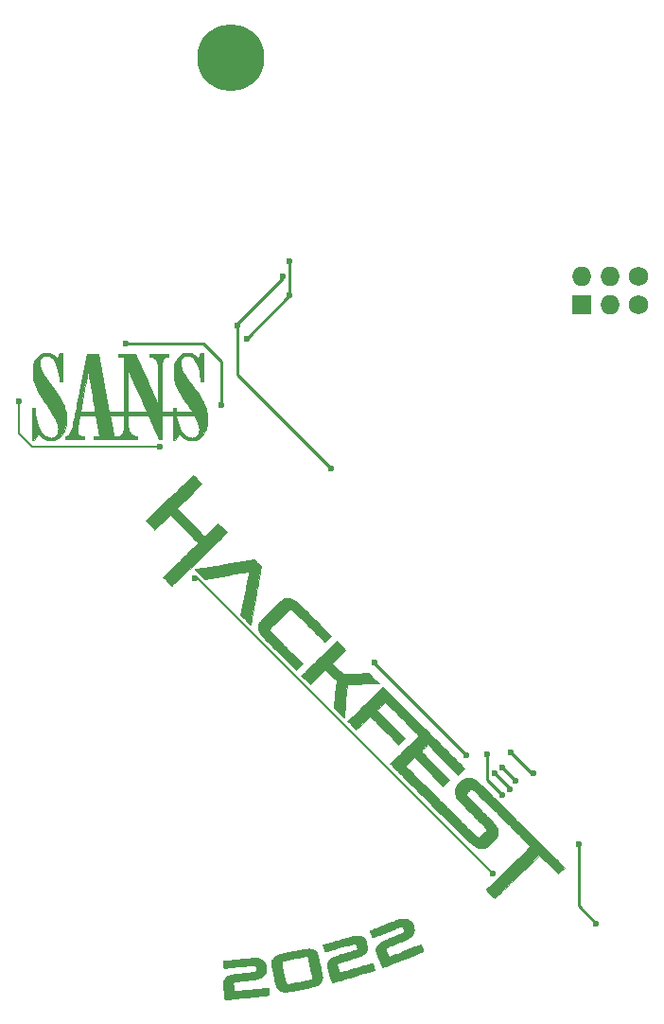
<source format=gbr>
%TF.GenerationSoftware,KiCad,Pcbnew,(6.0.7)*%
%TF.CreationDate,2022-10-15T16:11:04-05:00*%
%TF.ProjectId,Hackfest 2022 Badge,4861636b-6665-4737-9420-323032322042,Rev0*%
%TF.SameCoordinates,Original*%
%TF.FileFunction,Copper,L1,Top*%
%TF.FilePolarity,Positive*%
%FSLAX46Y46*%
G04 Gerber Fmt 4.6, Leading zero omitted, Abs format (unit mm)*
G04 Created by KiCad (PCBNEW (6.0.7)) date 2022-10-15 16:11:04*
%MOMM*%
%LPD*%
G01*
G04 APERTURE LIST*
%TA.AperFunction,EtchedComponent*%
%ADD10C,0.010000*%
%TD*%
%TA.AperFunction,ComponentPad*%
%ADD11C,6.000000*%
%TD*%
%TA.AperFunction,ComponentPad*%
%ADD12O,1.727200X1.727200*%
%TD*%
%TA.AperFunction,ComponentPad*%
%ADD13R,1.727200X1.727200*%
%TD*%
%TA.AperFunction,ComponentPad*%
%ADD14C,1.727200*%
%TD*%
%TA.AperFunction,ViaPad*%
%ADD15C,0.600000*%
%TD*%
%TA.AperFunction,Conductor*%
%ADD16C,0.200000*%
%TD*%
%TA.AperFunction,Conductor*%
%ADD17C,0.250000*%
%TD*%
G04 APERTURE END LIST*
%TO.C,G\u002A\u002A\u002A*%
G36*
X160050540Y-129407300D02*
G01*
X160211969Y-129435353D01*
X160352269Y-129493064D01*
X160474502Y-129582806D01*
X160581731Y-129706949D01*
X160677018Y-129867865D01*
X160763426Y-130067923D01*
X160780911Y-130115634D01*
X160821553Y-130270360D01*
X160836336Y-130426706D01*
X160824682Y-130571655D01*
X160804516Y-130648436D01*
X160733643Y-130789119D01*
X160622646Y-130925812D01*
X160473692Y-131056366D01*
X160288950Y-131178633D01*
X160243460Y-131204348D01*
X160194045Y-131228548D01*
X160110225Y-131266163D01*
X159996984Y-131315096D01*
X159859304Y-131373252D01*
X159702170Y-131438533D01*
X159530565Y-131508842D01*
X159349471Y-131582083D01*
X159269793Y-131614009D01*
X159046729Y-131703557D01*
X158860062Y-131779689D01*
X158706631Y-131844067D01*
X158583274Y-131898353D01*
X158486831Y-131944209D01*
X158414142Y-131983297D01*
X158362046Y-132017279D01*
X158327381Y-132047818D01*
X158306988Y-132076575D01*
X158297706Y-132105212D01*
X158296126Y-132126025D01*
X158303722Y-132154150D01*
X158324399Y-132213344D01*
X158354996Y-132295608D01*
X158392349Y-132392941D01*
X158433295Y-132497345D01*
X158474670Y-132600819D01*
X158513313Y-132695364D01*
X158546060Y-132772979D01*
X158569747Y-132825664D01*
X158580317Y-132844789D01*
X158600250Y-132837944D01*
X158656344Y-132816494D01*
X158745499Y-132781670D01*
X158864615Y-132734703D01*
X159010594Y-132676824D01*
X159180336Y-132609264D01*
X159370741Y-132533254D01*
X159578710Y-132450026D01*
X159801145Y-132360811D01*
X160009673Y-132277006D01*
X160242672Y-132183605D01*
X160464258Y-132095407D01*
X160671306Y-132013619D01*
X160860684Y-131939446D01*
X161029265Y-131874095D01*
X161173920Y-131818772D01*
X161291521Y-131774683D01*
X161378938Y-131743035D01*
X161433042Y-131725034D01*
X161450642Y-131721465D01*
X161469813Y-131752880D01*
X161497896Y-131812618D01*
X161531614Y-131892052D01*
X161567685Y-131982557D01*
X161602831Y-132075506D01*
X161633772Y-132162272D01*
X161657230Y-132234230D01*
X161669923Y-132282754D01*
X161670153Y-132298876D01*
X161648985Y-132308517D01*
X161591851Y-132332582D01*
X161502071Y-132369730D01*
X161382967Y-132418618D01*
X161237861Y-132477905D01*
X161070074Y-132546248D01*
X160882926Y-132622305D01*
X160679740Y-132704733D01*
X160463835Y-132792191D01*
X160238535Y-132883336D01*
X160007159Y-132976827D01*
X159773029Y-133071320D01*
X159539466Y-133165475D01*
X159309792Y-133257947D01*
X159087328Y-133347397D01*
X158875395Y-133432480D01*
X158677314Y-133511855D01*
X158496406Y-133584181D01*
X158335993Y-133648114D01*
X158199396Y-133702312D01*
X158114587Y-133735761D01*
X158007132Y-133777987D01*
X157723004Y-133097984D01*
X157647215Y-132916312D01*
X157586193Y-132768811D01*
X157538283Y-132650631D01*
X157501832Y-132556923D01*
X157475187Y-132482839D01*
X157456695Y-132423528D01*
X157444702Y-132374143D01*
X157437554Y-132329835D01*
X157433599Y-132285753D01*
X157431427Y-132242837D01*
X157429164Y-132150282D01*
X157433807Y-132083155D01*
X157448354Y-132024727D01*
X157475807Y-131958275D01*
X157486639Y-131935054D01*
X157576243Y-131789423D01*
X157703432Y-131653905D01*
X157851626Y-131538728D01*
X157895882Y-131508915D01*
X157938389Y-131481823D01*
X157983138Y-131455661D01*
X158034120Y-131428638D01*
X158095326Y-131398964D01*
X158170748Y-131364848D01*
X158264377Y-131324499D01*
X158380203Y-131276128D01*
X158522219Y-131217943D01*
X158694416Y-131148153D01*
X158900784Y-131064969D01*
X158967192Y-131038246D01*
X159145974Y-130965736D01*
X159314712Y-130896191D01*
X159468850Y-130831569D01*
X159603828Y-130773831D01*
X159715090Y-130724936D01*
X159798076Y-130686844D01*
X159848229Y-130661514D01*
X159858616Y-130654996D01*
X159920038Y-130601845D01*
X159952424Y-130550584D01*
X159957841Y-130490496D01*
X159938355Y-130410863D01*
X159916901Y-130352629D01*
X159873541Y-130248768D01*
X159835810Y-130179031D01*
X159797366Y-130136936D01*
X159751864Y-130116000D01*
X159692961Y-130109744D01*
X159679121Y-130109683D01*
X159651239Y-130112319D01*
X159612254Y-130120667D01*
X159559300Y-130135791D01*
X159489509Y-130158758D01*
X159400014Y-130190635D01*
X159287948Y-130232488D01*
X159150442Y-130285384D01*
X158984631Y-130350388D01*
X158787647Y-130428567D01*
X158556621Y-130520987D01*
X158351655Y-130603362D01*
X158135909Y-130689823D01*
X157931754Y-130770912D01*
X157742569Y-130845333D01*
X157571736Y-130911791D01*
X157422636Y-130968992D01*
X157298647Y-131015639D01*
X157203153Y-131050439D01*
X157139532Y-131072096D01*
X157111165Y-131079314D01*
X157110090Y-131079010D01*
X157093821Y-131051081D01*
X157067428Y-130994282D01*
X157034308Y-130917186D01*
X156997859Y-130828364D01*
X156961478Y-130736391D01*
X156928561Y-130649838D01*
X156902506Y-130577277D01*
X156886708Y-130527283D01*
X156884086Y-130508649D01*
X156907128Y-130497191D01*
X156965586Y-130471880D01*
X157055461Y-130434308D01*
X157172755Y-130386067D01*
X157313469Y-130328750D01*
X157473604Y-130263950D01*
X157649161Y-130193259D01*
X157836141Y-130118270D01*
X158030546Y-130040573D01*
X158228377Y-129961764D01*
X158425634Y-129883432D01*
X158618320Y-129807172D01*
X158802435Y-129734575D01*
X158973980Y-129667234D01*
X159128957Y-129606741D01*
X159263367Y-129554689D01*
X159373211Y-129512670D01*
X159454491Y-129482277D01*
X159503207Y-129465101D01*
X159509431Y-129463174D01*
X159603289Y-129441224D01*
X159718527Y-129421975D01*
X159834199Y-129408766D01*
X159864919Y-129406537D01*
X160050540Y-129407300D01*
G37*
D10*
X160050540Y-129407300D02*
X160211969Y-129435353D01*
X160352269Y-129493064D01*
X160474502Y-129582806D01*
X160581731Y-129706949D01*
X160677018Y-129867865D01*
X160763426Y-130067923D01*
X160780911Y-130115634D01*
X160821553Y-130270360D01*
X160836336Y-130426706D01*
X160824682Y-130571655D01*
X160804516Y-130648436D01*
X160733643Y-130789119D01*
X160622646Y-130925812D01*
X160473692Y-131056366D01*
X160288950Y-131178633D01*
X160243460Y-131204348D01*
X160194045Y-131228548D01*
X160110225Y-131266163D01*
X159996984Y-131315096D01*
X159859304Y-131373252D01*
X159702170Y-131438533D01*
X159530565Y-131508842D01*
X159349471Y-131582083D01*
X159269793Y-131614009D01*
X159046729Y-131703557D01*
X158860062Y-131779689D01*
X158706631Y-131844067D01*
X158583274Y-131898353D01*
X158486831Y-131944209D01*
X158414142Y-131983297D01*
X158362046Y-132017279D01*
X158327381Y-132047818D01*
X158306988Y-132076575D01*
X158297706Y-132105212D01*
X158296126Y-132126025D01*
X158303722Y-132154150D01*
X158324399Y-132213344D01*
X158354996Y-132295608D01*
X158392349Y-132392941D01*
X158433295Y-132497345D01*
X158474670Y-132600819D01*
X158513313Y-132695364D01*
X158546060Y-132772979D01*
X158569747Y-132825664D01*
X158580317Y-132844789D01*
X158600250Y-132837944D01*
X158656344Y-132816494D01*
X158745499Y-132781670D01*
X158864615Y-132734703D01*
X159010594Y-132676824D01*
X159180336Y-132609264D01*
X159370741Y-132533254D01*
X159578710Y-132450026D01*
X159801145Y-132360811D01*
X160009673Y-132277006D01*
X160242672Y-132183605D01*
X160464258Y-132095407D01*
X160671306Y-132013619D01*
X160860684Y-131939446D01*
X161029265Y-131874095D01*
X161173920Y-131818772D01*
X161291521Y-131774683D01*
X161378938Y-131743035D01*
X161433042Y-131725034D01*
X161450642Y-131721465D01*
X161469813Y-131752880D01*
X161497896Y-131812618D01*
X161531614Y-131892052D01*
X161567685Y-131982557D01*
X161602831Y-132075506D01*
X161633772Y-132162272D01*
X161657230Y-132234230D01*
X161669923Y-132282754D01*
X161670153Y-132298876D01*
X161648985Y-132308517D01*
X161591851Y-132332582D01*
X161502071Y-132369730D01*
X161382967Y-132418618D01*
X161237861Y-132477905D01*
X161070074Y-132546248D01*
X160882926Y-132622305D01*
X160679740Y-132704733D01*
X160463835Y-132792191D01*
X160238535Y-132883336D01*
X160007159Y-132976827D01*
X159773029Y-133071320D01*
X159539466Y-133165475D01*
X159309792Y-133257947D01*
X159087328Y-133347397D01*
X158875395Y-133432480D01*
X158677314Y-133511855D01*
X158496406Y-133584181D01*
X158335993Y-133648114D01*
X158199396Y-133702312D01*
X158114587Y-133735761D01*
X158007132Y-133777987D01*
X157723004Y-133097984D01*
X157647215Y-132916312D01*
X157586193Y-132768811D01*
X157538283Y-132650631D01*
X157501832Y-132556923D01*
X157475187Y-132482839D01*
X157456695Y-132423528D01*
X157444702Y-132374143D01*
X157437554Y-132329835D01*
X157433599Y-132285753D01*
X157431427Y-132242837D01*
X157429164Y-132150282D01*
X157433807Y-132083155D01*
X157448354Y-132024727D01*
X157475807Y-131958275D01*
X157486639Y-131935054D01*
X157576243Y-131789423D01*
X157703432Y-131653905D01*
X157851626Y-131538728D01*
X157895882Y-131508915D01*
X157938389Y-131481823D01*
X157983138Y-131455661D01*
X158034120Y-131428638D01*
X158095326Y-131398964D01*
X158170748Y-131364848D01*
X158264377Y-131324499D01*
X158380203Y-131276128D01*
X158522219Y-131217943D01*
X158694416Y-131148153D01*
X158900784Y-131064969D01*
X158967192Y-131038246D01*
X159145974Y-130965736D01*
X159314712Y-130896191D01*
X159468850Y-130831569D01*
X159603828Y-130773831D01*
X159715090Y-130724936D01*
X159798076Y-130686844D01*
X159848229Y-130661514D01*
X159858616Y-130654996D01*
X159920038Y-130601845D01*
X159952424Y-130550584D01*
X159957841Y-130490496D01*
X159938355Y-130410863D01*
X159916901Y-130352629D01*
X159873541Y-130248768D01*
X159835810Y-130179031D01*
X159797366Y-130136936D01*
X159751864Y-130116000D01*
X159692961Y-130109744D01*
X159679121Y-130109683D01*
X159651239Y-130112319D01*
X159612254Y-130120667D01*
X159559300Y-130135791D01*
X159489509Y-130158758D01*
X159400014Y-130190635D01*
X159287948Y-130232488D01*
X159150442Y-130285384D01*
X158984631Y-130350388D01*
X158787647Y-130428567D01*
X158556621Y-130520987D01*
X158351655Y-130603362D01*
X158135909Y-130689823D01*
X157931754Y-130770912D01*
X157742569Y-130845333D01*
X157571736Y-130911791D01*
X157422636Y-130968992D01*
X157298647Y-131015639D01*
X157203153Y-131050439D01*
X157139532Y-131072096D01*
X157111165Y-131079314D01*
X157110090Y-131079010D01*
X157093821Y-131051081D01*
X157067428Y-130994282D01*
X157034308Y-130917186D01*
X156997859Y-130828364D01*
X156961478Y-130736391D01*
X156928561Y-130649838D01*
X156902506Y-130577277D01*
X156886708Y-130527283D01*
X156884086Y-130508649D01*
X156907128Y-130497191D01*
X156965586Y-130471880D01*
X157055461Y-130434308D01*
X157172755Y-130386067D01*
X157313469Y-130328750D01*
X157473604Y-130263950D01*
X157649161Y-130193259D01*
X157836141Y-130118270D01*
X158030546Y-130040573D01*
X158228377Y-129961764D01*
X158425634Y-129883432D01*
X158618320Y-129807172D01*
X158802435Y-129734575D01*
X158973980Y-129667234D01*
X159128957Y-129606741D01*
X159263367Y-129554689D01*
X159373211Y-129512670D01*
X159454491Y-129482277D01*
X159503207Y-129465101D01*
X159509431Y-129463174D01*
X159603289Y-129441224D01*
X159718527Y-129421975D01*
X159834199Y-129408766D01*
X159864919Y-129406537D01*
X160050540Y-129407300D01*
G36*
X148085103Y-133278316D02*
G01*
X148092547Y-133217210D01*
X148105746Y-133163239D01*
X148124293Y-133112611D01*
X148132603Y-133093581D01*
X148216834Y-132957133D01*
X148339123Y-132833101D01*
X148496388Y-132723913D01*
X148685548Y-132631992D01*
X148749960Y-132607463D01*
X148802227Y-132591987D01*
X148891289Y-132569407D01*
X149012398Y-132540779D01*
X149160808Y-132507159D01*
X149331775Y-132469602D01*
X149520552Y-132429165D01*
X149722393Y-132386904D01*
X149932552Y-132343873D01*
X149956460Y-132339040D01*
X150237769Y-132282749D01*
X150481465Y-132235242D01*
X150691246Y-132196052D01*
X150870807Y-132164709D01*
X151023846Y-132140747D01*
X151154061Y-132123696D01*
X151265147Y-132113089D01*
X151360801Y-132108458D01*
X151444722Y-132109334D01*
X151520605Y-132115250D01*
X151592148Y-132125737D01*
X151611927Y-132129433D01*
X151767739Y-132173745D01*
X151909315Y-132240710D01*
X152023456Y-132324028D01*
X152027417Y-132327757D01*
X152063572Y-132364271D01*
X152095562Y-132402790D01*
X152124576Y-132447134D01*
X152151804Y-132501121D01*
X152178434Y-132568571D01*
X152205655Y-132653303D01*
X152234655Y-132759134D01*
X152266624Y-132889885D01*
X152302750Y-133049375D01*
X152344223Y-133241422D01*
X152392230Y-133469846D01*
X152410949Y-133559830D01*
X152451591Y-133756851D01*
X152489879Y-133944970D01*
X152524859Y-134119314D01*
X152555573Y-134275005D01*
X152581068Y-134407168D01*
X152600388Y-134510927D01*
X152612576Y-134581405D01*
X152616277Y-134607583D01*
X152612168Y-134756756D01*
X152572778Y-134908747D01*
X152502632Y-135051971D01*
X152406257Y-135174844D01*
X152387583Y-135192882D01*
X152296520Y-135262413D01*
X152176057Y-135333003D01*
X152038457Y-135398209D01*
X151895984Y-135451593D01*
X151893382Y-135452428D01*
X151834100Y-135468876D01*
X151738265Y-135492334D01*
X151610875Y-135521707D01*
X151456928Y-135555901D01*
X151281423Y-135593821D01*
X151089356Y-135634374D01*
X150885726Y-135676466D01*
X150676126Y-135718884D01*
X150431873Y-135767550D01*
X150224794Y-135808231D01*
X150050632Y-135841641D01*
X149905131Y-135868491D01*
X149784032Y-135889496D01*
X149683081Y-135905366D01*
X149598020Y-135916815D01*
X149524592Y-135924555D01*
X149458541Y-135929298D01*
X149406126Y-135931474D01*
X149297823Y-135932622D01*
X149194989Y-135930176D01*
X149110926Y-135924643D01*
X149067460Y-135918618D01*
X148958950Y-135885824D01*
X148845128Y-135834908D01*
X148740370Y-135773533D01*
X148659056Y-135709360D01*
X148642786Y-135692321D01*
X148610630Y-135653217D01*
X148581729Y-135611144D01*
X148554926Y-135562216D01*
X148529063Y-135502542D01*
X148502983Y-135428236D01*
X148475529Y-135335408D01*
X148445544Y-135220170D01*
X148411871Y-135078635D01*
X148373353Y-134906914D01*
X148328831Y-134701118D01*
X148281749Y-134479172D01*
X148228450Y-134224445D01*
X148184173Y-134007194D01*
X148148509Y-133823627D01*
X148121050Y-133669952D01*
X148101389Y-133542377D01*
X148089116Y-133437107D01*
X148084541Y-133362118D01*
X148978904Y-133362118D01*
X148985136Y-133432680D01*
X148998669Y-133525249D01*
X149019704Y-133643561D01*
X149048445Y-133791357D01*
X149085095Y-133972374D01*
X149129858Y-134190353D01*
X149140512Y-134242164D01*
X149180294Y-134433547D01*
X149218501Y-134613276D01*
X149254115Y-134776848D01*
X149286115Y-134919758D01*
X149313484Y-135037499D01*
X149335200Y-135125567D01*
X149350246Y-135179457D01*
X149355819Y-135193796D01*
X149403739Y-135236638D01*
X149476208Y-135265034D01*
X149556301Y-135273023D01*
X149575460Y-135271144D01*
X149606782Y-135265586D01*
X149675176Y-135252764D01*
X149776170Y-135233539D01*
X149905287Y-135208771D01*
X150058055Y-135179319D01*
X150230000Y-135146044D01*
X150416646Y-135109805D01*
X150559710Y-135081955D01*
X150755963Y-135043229D01*
X150942095Y-135005584D01*
X151113404Y-134970037D01*
X151265188Y-134937604D01*
X151392746Y-134909303D01*
X151491374Y-134886150D01*
X151556372Y-134869161D01*
X151579216Y-134861537D01*
X151642354Y-134825117D01*
X151692748Y-134781507D01*
X151702895Y-134768436D01*
X151711045Y-134754109D01*
X151716650Y-134736746D01*
X151719106Y-134712553D01*
X151717809Y-134677735D01*
X151712155Y-134628497D01*
X151701539Y-134561045D01*
X151685357Y-134471584D01*
X151663006Y-134356320D01*
X151633880Y-134211459D01*
X151597376Y-134033206D01*
X151552889Y-133817766D01*
X151546961Y-133789116D01*
X151497941Y-133553920D01*
X151456160Y-133357397D01*
X151420918Y-133196635D01*
X151391518Y-133068725D01*
X151367260Y-132970756D01*
X151347447Y-132899818D01*
X151331379Y-132853001D01*
X151318359Y-132827394D01*
X151315263Y-132823728D01*
X151267664Y-132794260D01*
X151203110Y-132774241D01*
X151192524Y-132772570D01*
X151152484Y-132774251D01*
X151076229Y-132783959D01*
X150968899Y-132800671D01*
X150835636Y-132823367D01*
X150681579Y-132851026D01*
X150511870Y-132882627D01*
X150331648Y-132917149D01*
X150146055Y-132953571D01*
X149960230Y-132990871D01*
X149779315Y-133028029D01*
X149608449Y-133064024D01*
X149452773Y-133097835D01*
X149317429Y-133128441D01*
X149207555Y-133154820D01*
X149128293Y-133175952D01*
X149084784Y-133190816D01*
X149083428Y-133191483D01*
X149050128Y-133208528D01*
X149022908Y-133225146D01*
X149001973Y-133245075D01*
X148987525Y-133272054D01*
X148979768Y-133309822D01*
X148978904Y-133362118D01*
X148084541Y-133362118D01*
X148083823Y-133350351D01*
X148085103Y-133278316D01*
G37*
X148085103Y-133278316D02*
X148092547Y-133217210D01*
X148105746Y-133163239D01*
X148124293Y-133112611D01*
X148132603Y-133093581D01*
X148216834Y-132957133D01*
X148339123Y-132833101D01*
X148496388Y-132723913D01*
X148685548Y-132631992D01*
X148749960Y-132607463D01*
X148802227Y-132591987D01*
X148891289Y-132569407D01*
X149012398Y-132540779D01*
X149160808Y-132507159D01*
X149331775Y-132469602D01*
X149520552Y-132429165D01*
X149722393Y-132386904D01*
X149932552Y-132343873D01*
X149956460Y-132339040D01*
X150237769Y-132282749D01*
X150481465Y-132235242D01*
X150691246Y-132196052D01*
X150870807Y-132164709D01*
X151023846Y-132140747D01*
X151154061Y-132123696D01*
X151265147Y-132113089D01*
X151360801Y-132108458D01*
X151444722Y-132109334D01*
X151520605Y-132115250D01*
X151592148Y-132125737D01*
X151611927Y-132129433D01*
X151767739Y-132173745D01*
X151909315Y-132240710D01*
X152023456Y-132324028D01*
X152027417Y-132327757D01*
X152063572Y-132364271D01*
X152095562Y-132402790D01*
X152124576Y-132447134D01*
X152151804Y-132501121D01*
X152178434Y-132568571D01*
X152205655Y-132653303D01*
X152234655Y-132759134D01*
X152266624Y-132889885D01*
X152302750Y-133049375D01*
X152344223Y-133241422D01*
X152392230Y-133469846D01*
X152410949Y-133559830D01*
X152451591Y-133756851D01*
X152489879Y-133944970D01*
X152524859Y-134119314D01*
X152555573Y-134275005D01*
X152581068Y-134407168D01*
X152600388Y-134510927D01*
X152612576Y-134581405D01*
X152616277Y-134607583D01*
X152612168Y-134756756D01*
X152572778Y-134908747D01*
X152502632Y-135051971D01*
X152406257Y-135174844D01*
X152387583Y-135192882D01*
X152296520Y-135262413D01*
X152176057Y-135333003D01*
X152038457Y-135398209D01*
X151895984Y-135451593D01*
X151893382Y-135452428D01*
X151834100Y-135468876D01*
X151738265Y-135492334D01*
X151610875Y-135521707D01*
X151456928Y-135555901D01*
X151281423Y-135593821D01*
X151089356Y-135634374D01*
X150885726Y-135676466D01*
X150676126Y-135718884D01*
X150431873Y-135767550D01*
X150224794Y-135808231D01*
X150050632Y-135841641D01*
X149905131Y-135868491D01*
X149784032Y-135889496D01*
X149683081Y-135905366D01*
X149598020Y-135916815D01*
X149524592Y-135924555D01*
X149458541Y-135929298D01*
X149406126Y-135931474D01*
X149297823Y-135932622D01*
X149194989Y-135930176D01*
X149110926Y-135924643D01*
X149067460Y-135918618D01*
X148958950Y-135885824D01*
X148845128Y-135834908D01*
X148740370Y-135773533D01*
X148659056Y-135709360D01*
X148642786Y-135692321D01*
X148610630Y-135653217D01*
X148581729Y-135611144D01*
X148554926Y-135562216D01*
X148529063Y-135502542D01*
X148502983Y-135428236D01*
X148475529Y-135335408D01*
X148445544Y-135220170D01*
X148411871Y-135078635D01*
X148373353Y-134906914D01*
X148328831Y-134701118D01*
X148281749Y-134479172D01*
X148228450Y-134224445D01*
X148184173Y-134007194D01*
X148148509Y-133823627D01*
X148121050Y-133669952D01*
X148101389Y-133542377D01*
X148089116Y-133437107D01*
X148084541Y-133362118D01*
X148978904Y-133362118D01*
X148985136Y-133432680D01*
X148998669Y-133525249D01*
X149019704Y-133643561D01*
X149048445Y-133791357D01*
X149085095Y-133972374D01*
X149129858Y-134190353D01*
X149140512Y-134242164D01*
X149180294Y-134433547D01*
X149218501Y-134613276D01*
X149254115Y-134776848D01*
X149286115Y-134919758D01*
X149313484Y-135037499D01*
X149335200Y-135125567D01*
X149350246Y-135179457D01*
X149355819Y-135193796D01*
X149403739Y-135236638D01*
X149476208Y-135265034D01*
X149556301Y-135273023D01*
X149575460Y-135271144D01*
X149606782Y-135265586D01*
X149675176Y-135252764D01*
X149776170Y-135233539D01*
X149905287Y-135208771D01*
X150058055Y-135179319D01*
X150230000Y-135146044D01*
X150416646Y-135109805D01*
X150559710Y-135081955D01*
X150755963Y-135043229D01*
X150942095Y-135005584D01*
X151113404Y-134970037D01*
X151265188Y-134937604D01*
X151392746Y-134909303D01*
X151491374Y-134886150D01*
X151556372Y-134869161D01*
X151579216Y-134861537D01*
X151642354Y-134825117D01*
X151692748Y-134781507D01*
X151702895Y-134768436D01*
X151711045Y-134754109D01*
X151716650Y-134736746D01*
X151719106Y-134712553D01*
X151717809Y-134677735D01*
X151712155Y-134628497D01*
X151701539Y-134561045D01*
X151685357Y-134471584D01*
X151663006Y-134356320D01*
X151633880Y-134211459D01*
X151597376Y-134033206D01*
X151552889Y-133817766D01*
X151546961Y-133789116D01*
X151497941Y-133553920D01*
X151456160Y-133357397D01*
X151420918Y-133196635D01*
X151391518Y-133068725D01*
X151367260Y-132970756D01*
X151347447Y-132899818D01*
X151331379Y-132853001D01*
X151318359Y-132827394D01*
X151315263Y-132823728D01*
X151267664Y-132794260D01*
X151203110Y-132774241D01*
X151192524Y-132772570D01*
X151152484Y-132774251D01*
X151076229Y-132783959D01*
X150968899Y-132800671D01*
X150835636Y-132823367D01*
X150681579Y-132851026D01*
X150511870Y-132882627D01*
X150331648Y-132917149D01*
X150146055Y-132953571D01*
X149960230Y-132990871D01*
X149779315Y-133028029D01*
X149608449Y-133064024D01*
X149452773Y-133097835D01*
X149317429Y-133128441D01*
X149207555Y-133154820D01*
X149128293Y-133175952D01*
X149084784Y-133190816D01*
X149083428Y-133191483D01*
X149050128Y-133208528D01*
X149022908Y-133225146D01*
X149001973Y-133245075D01*
X148987525Y-133272054D01*
X148979768Y-133309822D01*
X148978904Y-133362118D01*
X148084541Y-133362118D01*
X148083823Y-133350351D01*
X148085103Y-133278316D01*
G36*
X146854476Y-97575297D02*
G01*
X146968915Y-97685188D01*
X147052685Y-97770355D01*
X147107779Y-97833006D01*
X147136190Y-97875349D01*
X147141293Y-97893125D01*
X147137641Y-97917942D01*
X147127048Y-97981114D01*
X147110060Y-98079599D01*
X147087224Y-98210351D01*
X147059085Y-98370328D01*
X147026189Y-98556484D01*
X146989083Y-98765776D01*
X146948312Y-98995161D01*
X146904423Y-99241593D01*
X146857960Y-99502030D01*
X146809471Y-99773426D01*
X146759502Y-100052739D01*
X146708598Y-100336924D01*
X146657305Y-100622937D01*
X146606169Y-100907734D01*
X146555736Y-101188272D01*
X146506553Y-101461505D01*
X146459165Y-101724392D01*
X146414119Y-101973886D01*
X146371959Y-102206945D01*
X146333233Y-102420524D01*
X146298486Y-102611580D01*
X146268265Y-102777068D01*
X146243114Y-102913944D01*
X146223581Y-103019166D01*
X146210211Y-103089687D01*
X146203551Y-103122466D01*
X146202949Y-103124479D01*
X146187528Y-103111051D01*
X146145662Y-103071623D01*
X146081132Y-103009835D01*
X145997719Y-102929327D01*
X145899204Y-102833740D01*
X145789366Y-102726713D01*
X145757146Y-102695239D01*
X145314916Y-102263009D01*
X145706354Y-100305754D01*
X145762441Y-100024642D01*
X145815861Y-99755604D01*
X145866061Y-99501501D01*
X145912485Y-99265193D01*
X145954582Y-99049543D01*
X145991797Y-98857411D01*
X146023577Y-98691659D01*
X146049369Y-98555148D01*
X146068618Y-98450740D01*
X146080772Y-98381296D01*
X146085276Y-98349676D01*
X146085084Y-98347990D01*
X146062857Y-98351397D01*
X146001772Y-98361443D01*
X145904700Y-98377641D01*
X145774515Y-98399506D01*
X145614087Y-98426552D01*
X145426288Y-98458295D01*
X145213991Y-98494247D01*
X144980066Y-98533924D01*
X144727385Y-98576840D01*
X144458822Y-98622509D01*
X144177246Y-98670446D01*
X144064699Y-98689621D01*
X142057023Y-99031761D01*
X141625096Y-98600219D01*
X141499903Y-98474791D01*
X141402151Y-98375781D01*
X141329058Y-98299960D01*
X141277846Y-98244098D01*
X141245736Y-98204969D01*
X141229947Y-98179341D01*
X141227702Y-98163987D01*
X141236219Y-98155678D01*
X141240939Y-98153925D01*
X141267473Y-98148833D01*
X141333273Y-98137568D01*
X141435788Y-98120539D01*
X141572464Y-98098157D01*
X141740751Y-98070832D01*
X141938096Y-98038974D01*
X142161948Y-98002993D01*
X142409754Y-97963300D01*
X142678962Y-97920304D01*
X142967021Y-97874416D01*
X143271378Y-97826046D01*
X143589481Y-97775605D01*
X143918779Y-97723501D01*
X143928184Y-97722015D01*
X146567659Y-97304857D01*
X146854476Y-97575297D01*
G37*
X146854476Y-97575297D02*
X146968915Y-97685188D01*
X147052685Y-97770355D01*
X147107779Y-97833006D01*
X147136190Y-97875349D01*
X147141293Y-97893125D01*
X147137641Y-97917942D01*
X147127048Y-97981114D01*
X147110060Y-98079599D01*
X147087224Y-98210351D01*
X147059085Y-98370328D01*
X147026189Y-98556484D01*
X146989083Y-98765776D01*
X146948312Y-98995161D01*
X146904423Y-99241593D01*
X146857960Y-99502030D01*
X146809471Y-99773426D01*
X146759502Y-100052739D01*
X146708598Y-100336924D01*
X146657305Y-100622937D01*
X146606169Y-100907734D01*
X146555736Y-101188272D01*
X146506553Y-101461505D01*
X146459165Y-101724392D01*
X146414119Y-101973886D01*
X146371959Y-102206945D01*
X146333233Y-102420524D01*
X146298486Y-102611580D01*
X146268265Y-102777068D01*
X146243114Y-102913944D01*
X146223581Y-103019166D01*
X146210211Y-103089687D01*
X146203551Y-103122466D01*
X146202949Y-103124479D01*
X146187528Y-103111051D01*
X146145662Y-103071623D01*
X146081132Y-103009835D01*
X145997719Y-102929327D01*
X145899204Y-102833740D01*
X145789366Y-102726713D01*
X145757146Y-102695239D01*
X145314916Y-102263009D01*
X145706354Y-100305754D01*
X145762441Y-100024642D01*
X145815861Y-99755604D01*
X145866061Y-99501501D01*
X145912485Y-99265193D01*
X145954582Y-99049543D01*
X145991797Y-98857411D01*
X146023577Y-98691659D01*
X146049369Y-98555148D01*
X146068618Y-98450740D01*
X146080772Y-98381296D01*
X146085276Y-98349676D01*
X146085084Y-98347990D01*
X146062857Y-98351397D01*
X146001772Y-98361443D01*
X145904700Y-98377641D01*
X145774515Y-98399506D01*
X145614087Y-98426552D01*
X145426288Y-98458295D01*
X145213991Y-98494247D01*
X144980066Y-98533924D01*
X144727385Y-98576840D01*
X144458822Y-98622509D01*
X144177246Y-98670446D01*
X144064699Y-98689621D01*
X142057023Y-99031761D01*
X141625096Y-98600219D01*
X141499903Y-98474791D01*
X141402151Y-98375781D01*
X141329058Y-98299960D01*
X141277846Y-98244098D01*
X141245736Y-98204969D01*
X141229947Y-98179341D01*
X141227702Y-98163987D01*
X141236219Y-98155678D01*
X141240939Y-98153925D01*
X141267473Y-98148833D01*
X141333273Y-98137568D01*
X141435788Y-98120539D01*
X141572464Y-98098157D01*
X141740751Y-98070832D01*
X141938096Y-98038974D01*
X142161948Y-98002993D01*
X142409754Y-97963300D01*
X142678962Y-97920304D01*
X142967021Y-97874416D01*
X143271378Y-97826046D01*
X143589481Y-97775605D01*
X143918779Y-97723501D01*
X143928184Y-97722015D01*
X146567659Y-97304857D01*
X146854476Y-97575297D01*
G36*
X161696246Y-112307672D02*
G01*
X162025768Y-112634853D01*
X162347318Y-112954330D01*
X162659605Y-113264811D01*
X162961338Y-113565008D01*
X163251228Y-113853629D01*
X163527985Y-114129386D01*
X163790318Y-114390987D01*
X164036936Y-114637143D01*
X164266550Y-114866564D01*
X164477869Y-115077959D01*
X164669603Y-115270040D01*
X164840462Y-115441514D01*
X164989155Y-115591094D01*
X165114391Y-115717487D01*
X165214882Y-115819406D01*
X165289336Y-115895558D01*
X165336462Y-115944655D01*
X165354972Y-115965406D01*
X165355210Y-115965945D01*
X165340649Y-115988443D01*
X165300169Y-116034959D01*
X165238573Y-116100386D01*
X165160666Y-116179618D01*
X165073659Y-116265218D01*
X164792109Y-116538000D01*
X163429237Y-115176684D01*
X162066364Y-113815367D01*
X161758162Y-114107671D01*
X161664544Y-114196740D01*
X161582370Y-114275457D01*
X161516247Y-114339366D01*
X161470777Y-114384012D01*
X161450566Y-114404940D01*
X161449960Y-114405886D01*
X161464609Y-114421354D01*
X161507113Y-114464503D01*
X161575304Y-114533169D01*
X161667019Y-114625184D01*
X161780088Y-114738384D01*
X161912348Y-114870602D01*
X162061631Y-115019672D01*
X162225771Y-115183430D01*
X162402603Y-115359708D01*
X162589959Y-115546341D01*
X162741811Y-115697513D01*
X164033662Y-116983227D01*
X163900686Y-117118403D01*
X163822990Y-117195429D01*
X163729480Y-117285265D01*
X163636074Y-117372698D01*
X163602098Y-117403779D01*
X163436487Y-117553979D01*
X162148732Y-116266353D01*
X160860976Y-114978727D01*
X160467558Y-115357821D01*
X160361448Y-115460583D01*
X160266178Y-115553837D01*
X160185790Y-115633546D01*
X160124323Y-115695674D01*
X160085817Y-115736186D01*
X160074133Y-115750798D01*
X160088729Y-115768326D01*
X160130221Y-115811907D01*
X160195162Y-115878076D01*
X160280103Y-115963367D01*
X160381596Y-116064315D01*
X160496194Y-116177454D01*
X160600660Y-116279965D01*
X160672868Y-116350858D01*
X160773161Y-116449675D01*
X160899601Y-116574496D01*
X161050249Y-116723400D01*
X161223167Y-116894467D01*
X161416417Y-117085775D01*
X161628061Y-117295403D01*
X161856160Y-117521433D01*
X162098776Y-117761941D01*
X162353971Y-118015009D01*
X162619807Y-118278714D01*
X162894346Y-118551137D01*
X163175649Y-118830357D01*
X163461777Y-119114453D01*
X163750794Y-119401504D01*
X163780951Y-119431462D01*
X164162436Y-119810178D01*
X164515864Y-120160531D01*
X164841093Y-120482382D01*
X165137981Y-120775593D01*
X165406386Y-121040024D01*
X165646167Y-121275537D01*
X165857181Y-121481994D01*
X166039287Y-121659254D01*
X166192343Y-121807181D01*
X166316206Y-121925634D01*
X166410735Y-122014476D01*
X166475789Y-122073567D01*
X166511224Y-122102769D01*
X166515878Y-122105598D01*
X166589894Y-122129657D01*
X166649632Y-122130322D01*
X166681832Y-122111539D01*
X166737476Y-122068275D01*
X166810381Y-122006293D01*
X166894368Y-121931352D01*
X166983255Y-121849215D01*
X167070862Y-121765642D01*
X167151007Y-121686394D01*
X167217510Y-121617232D01*
X167264191Y-121563918D01*
X167279026Y-121543672D01*
X167303269Y-121497622D01*
X167307562Y-121454919D01*
X167293873Y-121394593D01*
X167293220Y-121392343D01*
X167285195Y-121372597D01*
X167270114Y-121347295D01*
X167246053Y-121314410D01*
X167211094Y-121271918D01*
X167163314Y-121217792D01*
X167100793Y-121150008D01*
X167021611Y-121066539D01*
X166923845Y-120965361D01*
X166805576Y-120844448D01*
X166664882Y-120701775D01*
X166499843Y-120535316D01*
X166308538Y-120343046D01*
X166095093Y-120128998D01*
X165908121Y-119941340D01*
X165728275Y-119760249D01*
X165558037Y-119588262D01*
X165399893Y-119427917D01*
X165256327Y-119281749D01*
X165129823Y-119152295D01*
X165022866Y-119042092D01*
X164937939Y-118953677D01*
X164877527Y-118889586D01*
X164844115Y-118852356D01*
X164840936Y-118848415D01*
X164717104Y-118676095D01*
X164625498Y-118518508D01*
X164562810Y-118367379D01*
X164525730Y-118214432D01*
X164510950Y-118051394D01*
X164510415Y-118021891D01*
X164510394Y-117922514D01*
X164514343Y-117851379D01*
X164525161Y-117794404D01*
X164545746Y-117737512D01*
X164578996Y-117666623D01*
X164586820Y-117650744D01*
X164623328Y-117582346D01*
X164664230Y-117519397D01*
X164715803Y-117454195D01*
X164784320Y-117379037D01*
X164876057Y-117286221D01*
X164914903Y-117248049D01*
X165051517Y-117120003D01*
X165170804Y-117021744D01*
X165280188Y-116948718D01*
X165387094Y-116896369D01*
X165498948Y-116860142D01*
X165573769Y-116843830D01*
X165738304Y-116832584D01*
X165919986Y-116855451D01*
X166112104Y-116911577D01*
X166115410Y-116912809D01*
X166261207Y-116981591D01*
X166425776Y-117085300D01*
X166606729Y-117222199D01*
X166801676Y-117390550D01*
X166902765Y-117485129D01*
X166942817Y-117524029D01*
X167011292Y-117591161D01*
X167106578Y-117684926D01*
X167227060Y-117803726D01*
X167371126Y-117945960D01*
X167537162Y-118110030D01*
X167723556Y-118294337D01*
X167928694Y-118497282D01*
X168150962Y-118717265D01*
X168388749Y-118952687D01*
X168640439Y-119201949D01*
X168904421Y-119463453D01*
X169179081Y-119735598D01*
X169462805Y-120016787D01*
X169753981Y-120305419D01*
X170050995Y-120599895D01*
X170352234Y-120898617D01*
X170656086Y-121199986D01*
X170960935Y-121502401D01*
X171265171Y-121804265D01*
X171567178Y-122103977D01*
X171865345Y-122399939D01*
X172158057Y-122690552D01*
X172443702Y-122974217D01*
X172720666Y-123249334D01*
X172987336Y-123514304D01*
X173242099Y-123767528D01*
X173483342Y-124007408D01*
X173709452Y-124232343D01*
X173716043Y-124238902D01*
X174308710Y-124828657D01*
X174016930Y-125118532D01*
X173725151Y-125408408D01*
X172884514Y-124569759D01*
X172043876Y-123731110D01*
X170149460Y-125581033D01*
X169910571Y-125814225D01*
X169678860Y-126040246D01*
X169456262Y-126257215D01*
X169244714Y-126463252D01*
X169046151Y-126656476D01*
X168862511Y-126835007D01*
X168695729Y-126996965D01*
X168547743Y-127140469D01*
X168420487Y-127263638D01*
X168315899Y-127364593D01*
X168235914Y-127441453D01*
X168182470Y-127492337D01*
X168158338Y-127514652D01*
X168061633Y-127598348D01*
X167671671Y-127207958D01*
X167281708Y-126817567D01*
X167514376Y-126586783D01*
X167560453Y-126541377D01*
X167634644Y-126468658D01*
X167734702Y-126370815D01*
X167858380Y-126250038D01*
X168003433Y-126108515D01*
X168167614Y-125948436D01*
X168348677Y-125771991D01*
X168544375Y-125581369D01*
X168752463Y-125378760D01*
X168970693Y-125166352D01*
X169196821Y-124946335D01*
X169428599Y-124720898D01*
X169493293Y-124657988D01*
X169720884Y-124436558D01*
X169939827Y-124223294D01*
X170148227Y-124020058D01*
X170344185Y-123828709D01*
X170525806Y-123651107D01*
X170691193Y-123489113D01*
X170838449Y-123344588D01*
X170965678Y-123219392D01*
X171070983Y-123115384D01*
X171152467Y-123034426D01*
X171208234Y-122978378D01*
X171236387Y-122949100D01*
X171239543Y-122945138D01*
X171224775Y-122927988D01*
X171181733Y-122883016D01*
X171112314Y-122812098D01*
X171018412Y-122717109D01*
X170901922Y-122599927D01*
X170764740Y-122462426D01*
X170608761Y-122306483D01*
X170435879Y-122133974D01*
X170247990Y-121946775D01*
X170046990Y-121746762D01*
X169834772Y-121535811D01*
X169613233Y-121315798D01*
X169384268Y-121088599D01*
X169149772Y-120856091D01*
X168911639Y-120620148D01*
X168671765Y-120382648D01*
X168432046Y-120145466D01*
X168194376Y-119910478D01*
X167960650Y-119679561D01*
X167732764Y-119454590D01*
X167512613Y-119237441D01*
X167302092Y-119029991D01*
X167103096Y-118834115D01*
X166917520Y-118651690D01*
X166747259Y-118484591D01*
X166594209Y-118334695D01*
X166460265Y-118203877D01*
X166347322Y-118094014D01*
X166257274Y-118006981D01*
X166192018Y-117944656D01*
X166153448Y-117908913D01*
X166144211Y-117901206D01*
X166044207Y-117852922D01*
X165973496Y-117842998D01*
X165935063Y-117845350D01*
X165900395Y-117855767D01*
X165861974Y-117879292D01*
X165812283Y-117920966D01*
X165743804Y-117985831D01*
X165707287Y-118021541D01*
X165629770Y-118098745D01*
X165577996Y-118154362D01*
X165546840Y-118195778D01*
X165531175Y-118230373D01*
X165525874Y-118265531D01*
X165525505Y-118283337D01*
X165543406Y-118376205D01*
X165585841Y-118453654D01*
X165610509Y-118482550D01*
X165662797Y-118538621D01*
X165740188Y-118619312D01*
X165840168Y-118722069D01*
X165960217Y-118844338D01*
X166097821Y-118983563D01*
X166250463Y-119137191D01*
X166415625Y-119302665D01*
X166590791Y-119477433D01*
X166761815Y-119647402D01*
X166993772Y-119877845D01*
X167197481Y-120081119D01*
X167375054Y-120259555D01*
X167528604Y-120415485D01*
X167660243Y-120551240D01*
X167772086Y-120669152D01*
X167866243Y-120771553D01*
X167944829Y-120860773D01*
X168009955Y-120939145D01*
X168063735Y-121009000D01*
X168108281Y-121072670D01*
X168145706Y-121132486D01*
X168178123Y-121190780D01*
X168200509Y-121235087D01*
X168281477Y-121439944D01*
X168321635Y-121637862D01*
X168320932Y-121827801D01*
X168279314Y-122008722D01*
X168243250Y-122095262D01*
X168215958Y-122146747D01*
X168182379Y-122198521D01*
X168138112Y-122255715D01*
X168078759Y-122323456D01*
X167999917Y-122406874D01*
X167897189Y-122511098D01*
X167823689Y-122584331D01*
X167704531Y-122700356D01*
X167593353Y-122804440D01*
X167495313Y-122891991D01*
X167415568Y-122958415D01*
X167359274Y-122999119D01*
X167355341Y-123001477D01*
X167173595Y-123084563D01*
X166984483Y-123126065D01*
X166788310Y-123126031D01*
X166585381Y-123084509D01*
X166376002Y-123001549D01*
X166160479Y-122877197D01*
X166043196Y-122794021D01*
X166005743Y-122762067D01*
X165938720Y-122700436D01*
X165842441Y-122609436D01*
X165717217Y-122489374D01*
X165563364Y-122340557D01*
X165381195Y-122163293D01*
X165171022Y-121957890D01*
X164933159Y-121724655D01*
X164667920Y-121463895D01*
X164375618Y-121175919D01*
X164056566Y-120861034D01*
X163711078Y-120519546D01*
X163339467Y-120151765D01*
X162942047Y-119757997D01*
X162519131Y-119338550D01*
X162286112Y-119107284D01*
X161960374Y-118783840D01*
X161642621Y-118468163D01*
X161334157Y-118161555D01*
X161036287Y-117865317D01*
X160750315Y-117580753D01*
X160477546Y-117309164D01*
X160219285Y-117051853D01*
X159976835Y-116810121D01*
X159751501Y-116585271D01*
X159544588Y-116378606D01*
X159357400Y-116191427D01*
X159191242Y-116025036D01*
X159047417Y-115880737D01*
X158927232Y-115759830D01*
X158831989Y-115663618D01*
X158762993Y-115593404D01*
X158721549Y-115550490D01*
X158708876Y-115536230D01*
X158723735Y-115518770D01*
X158766804Y-115474150D01*
X158835819Y-115404597D01*
X158928519Y-115312337D01*
X159042640Y-115199597D01*
X159175919Y-115068603D01*
X159326095Y-114921583D01*
X159490905Y-114760762D01*
X159668084Y-114588367D01*
X159855372Y-114406625D01*
X159947126Y-114317759D01*
X160139467Y-114131583D01*
X160323676Y-113953276D01*
X160497393Y-113785122D01*
X160658258Y-113629405D01*
X160803912Y-113488410D01*
X160931995Y-113364421D01*
X161040147Y-113259721D01*
X161126008Y-113176596D01*
X161187220Y-113117330D01*
X161221421Y-113084207D01*
X161227333Y-113078476D01*
X161238000Y-113066920D01*
X161243251Y-113054325D01*
X161240372Y-113037485D01*
X161226647Y-113013192D01*
X161199359Y-112978239D01*
X161155793Y-112929419D01*
X161093234Y-112863525D01*
X161008965Y-112777349D01*
X160900270Y-112667685D01*
X160764435Y-112531325D01*
X160761666Y-112528548D01*
X160653755Y-112420594D01*
X160520097Y-112287360D01*
X160365129Y-112133246D01*
X160193289Y-111962651D01*
X160009017Y-111779976D01*
X159816751Y-111589621D01*
X159620928Y-111395986D01*
X159425987Y-111203471D01*
X159245180Y-111025159D01*
X158236317Y-110030965D01*
X157869347Y-110390248D01*
X157502376Y-110749531D01*
X158768705Y-112017242D01*
X160035034Y-113284954D01*
X159743715Y-113564957D01*
X159452395Y-113844959D01*
X158720802Y-113118747D01*
X158549780Y-112949019D01*
X158366738Y-112767423D01*
X158178232Y-112580463D01*
X157990821Y-112394639D01*
X157811062Y-112216454D01*
X157645512Y-112052407D01*
X157500728Y-111909002D01*
X157448457Y-111857251D01*
X156907705Y-111321966D01*
X156284290Y-111925245D01*
X155660876Y-112528525D01*
X155274585Y-112143268D01*
X155170335Y-112038814D01*
X155076747Y-111944114D01*
X154997793Y-111863264D01*
X154937448Y-111800363D01*
X154899686Y-111759508D01*
X154888293Y-111745016D01*
X154903140Y-111728641D01*
X154946185Y-111685047D01*
X155015182Y-111616431D01*
X155107886Y-111524992D01*
X155222053Y-111412928D01*
X155355438Y-111282435D01*
X155505795Y-111135713D01*
X155670879Y-110974959D01*
X155848445Y-110802370D01*
X156036248Y-110620145D01*
X156142418Y-110517261D01*
X156344378Y-110321603D01*
X156544337Y-110127811D01*
X156739222Y-109938869D01*
X156925961Y-109757759D01*
X157101479Y-109587463D01*
X157262706Y-109430962D01*
X157406567Y-109291240D01*
X157529991Y-109171278D01*
X157629904Y-109074059D01*
X157703233Y-109002564D01*
X157716913Y-108989195D01*
X158037283Y-108675890D01*
X161696246Y-112307672D01*
G37*
X161696246Y-112307672D02*
X162025768Y-112634853D01*
X162347318Y-112954330D01*
X162659605Y-113264811D01*
X162961338Y-113565008D01*
X163251228Y-113853629D01*
X163527985Y-114129386D01*
X163790318Y-114390987D01*
X164036936Y-114637143D01*
X164266550Y-114866564D01*
X164477869Y-115077959D01*
X164669603Y-115270040D01*
X164840462Y-115441514D01*
X164989155Y-115591094D01*
X165114391Y-115717487D01*
X165214882Y-115819406D01*
X165289336Y-115895558D01*
X165336462Y-115944655D01*
X165354972Y-115965406D01*
X165355210Y-115965945D01*
X165340649Y-115988443D01*
X165300169Y-116034959D01*
X165238573Y-116100386D01*
X165160666Y-116179618D01*
X165073659Y-116265218D01*
X164792109Y-116538000D01*
X163429237Y-115176684D01*
X162066364Y-113815367D01*
X161758162Y-114107671D01*
X161664544Y-114196740D01*
X161582370Y-114275457D01*
X161516247Y-114339366D01*
X161470777Y-114384012D01*
X161450566Y-114404940D01*
X161449960Y-114405886D01*
X161464609Y-114421354D01*
X161507113Y-114464503D01*
X161575304Y-114533169D01*
X161667019Y-114625184D01*
X161780088Y-114738384D01*
X161912348Y-114870602D01*
X162061631Y-115019672D01*
X162225771Y-115183430D01*
X162402603Y-115359708D01*
X162589959Y-115546341D01*
X162741811Y-115697513D01*
X164033662Y-116983227D01*
X163900686Y-117118403D01*
X163822990Y-117195429D01*
X163729480Y-117285265D01*
X163636074Y-117372698D01*
X163602098Y-117403779D01*
X163436487Y-117553979D01*
X162148732Y-116266353D01*
X160860976Y-114978727D01*
X160467558Y-115357821D01*
X160361448Y-115460583D01*
X160266178Y-115553837D01*
X160185790Y-115633546D01*
X160124323Y-115695674D01*
X160085817Y-115736186D01*
X160074133Y-115750798D01*
X160088729Y-115768326D01*
X160130221Y-115811907D01*
X160195162Y-115878076D01*
X160280103Y-115963367D01*
X160381596Y-116064315D01*
X160496194Y-116177454D01*
X160600660Y-116279965D01*
X160672868Y-116350858D01*
X160773161Y-116449675D01*
X160899601Y-116574496D01*
X161050249Y-116723400D01*
X161223167Y-116894467D01*
X161416417Y-117085775D01*
X161628061Y-117295403D01*
X161856160Y-117521433D01*
X162098776Y-117761941D01*
X162353971Y-118015009D01*
X162619807Y-118278714D01*
X162894346Y-118551137D01*
X163175649Y-118830357D01*
X163461777Y-119114453D01*
X163750794Y-119401504D01*
X163780951Y-119431462D01*
X164162436Y-119810178D01*
X164515864Y-120160531D01*
X164841093Y-120482382D01*
X165137981Y-120775593D01*
X165406386Y-121040024D01*
X165646167Y-121275537D01*
X165857181Y-121481994D01*
X166039287Y-121659254D01*
X166192343Y-121807181D01*
X166316206Y-121925634D01*
X166410735Y-122014476D01*
X166475789Y-122073567D01*
X166511224Y-122102769D01*
X166515878Y-122105598D01*
X166589894Y-122129657D01*
X166649632Y-122130322D01*
X166681832Y-122111539D01*
X166737476Y-122068275D01*
X166810381Y-122006293D01*
X166894368Y-121931352D01*
X166983255Y-121849215D01*
X167070862Y-121765642D01*
X167151007Y-121686394D01*
X167217510Y-121617232D01*
X167264191Y-121563918D01*
X167279026Y-121543672D01*
X167303269Y-121497622D01*
X167307562Y-121454919D01*
X167293873Y-121394593D01*
X167293220Y-121392343D01*
X167285195Y-121372597D01*
X167270114Y-121347295D01*
X167246053Y-121314410D01*
X167211094Y-121271918D01*
X167163314Y-121217792D01*
X167100793Y-121150008D01*
X167021611Y-121066539D01*
X166923845Y-120965361D01*
X166805576Y-120844448D01*
X166664882Y-120701775D01*
X166499843Y-120535316D01*
X166308538Y-120343046D01*
X166095093Y-120128998D01*
X165908121Y-119941340D01*
X165728275Y-119760249D01*
X165558037Y-119588262D01*
X165399893Y-119427917D01*
X165256327Y-119281749D01*
X165129823Y-119152295D01*
X165022866Y-119042092D01*
X164937939Y-118953677D01*
X164877527Y-118889586D01*
X164844115Y-118852356D01*
X164840936Y-118848415D01*
X164717104Y-118676095D01*
X164625498Y-118518508D01*
X164562810Y-118367379D01*
X164525730Y-118214432D01*
X164510950Y-118051394D01*
X164510415Y-118021891D01*
X164510394Y-117922514D01*
X164514343Y-117851379D01*
X164525161Y-117794404D01*
X164545746Y-117737512D01*
X164578996Y-117666623D01*
X164586820Y-117650744D01*
X164623328Y-117582346D01*
X164664230Y-117519397D01*
X164715803Y-117454195D01*
X164784320Y-117379037D01*
X164876057Y-117286221D01*
X164914903Y-117248049D01*
X165051517Y-117120003D01*
X165170804Y-117021744D01*
X165280188Y-116948718D01*
X165387094Y-116896369D01*
X165498948Y-116860142D01*
X165573769Y-116843830D01*
X165738304Y-116832584D01*
X165919986Y-116855451D01*
X166112104Y-116911577D01*
X166115410Y-116912809D01*
X166261207Y-116981591D01*
X166425776Y-117085300D01*
X166606729Y-117222199D01*
X166801676Y-117390550D01*
X166902765Y-117485129D01*
X166942817Y-117524029D01*
X167011292Y-117591161D01*
X167106578Y-117684926D01*
X167227060Y-117803726D01*
X167371126Y-117945960D01*
X167537162Y-118110030D01*
X167723556Y-118294337D01*
X167928694Y-118497282D01*
X168150962Y-118717265D01*
X168388749Y-118952687D01*
X168640439Y-119201949D01*
X168904421Y-119463453D01*
X169179081Y-119735598D01*
X169462805Y-120016787D01*
X169753981Y-120305419D01*
X170050995Y-120599895D01*
X170352234Y-120898617D01*
X170656086Y-121199986D01*
X170960935Y-121502401D01*
X171265171Y-121804265D01*
X171567178Y-122103977D01*
X171865345Y-122399939D01*
X172158057Y-122690552D01*
X172443702Y-122974217D01*
X172720666Y-123249334D01*
X172987336Y-123514304D01*
X173242099Y-123767528D01*
X173483342Y-124007408D01*
X173709452Y-124232343D01*
X173716043Y-124238902D01*
X174308710Y-124828657D01*
X174016930Y-125118532D01*
X173725151Y-125408408D01*
X172884514Y-124569759D01*
X172043876Y-123731110D01*
X170149460Y-125581033D01*
X169910571Y-125814225D01*
X169678860Y-126040246D01*
X169456262Y-126257215D01*
X169244714Y-126463252D01*
X169046151Y-126656476D01*
X168862511Y-126835007D01*
X168695729Y-126996965D01*
X168547743Y-127140469D01*
X168420487Y-127263638D01*
X168315899Y-127364593D01*
X168235914Y-127441453D01*
X168182470Y-127492337D01*
X168158338Y-127514652D01*
X168061633Y-127598348D01*
X167671671Y-127207958D01*
X167281708Y-126817567D01*
X167514376Y-126586783D01*
X167560453Y-126541377D01*
X167634644Y-126468658D01*
X167734702Y-126370815D01*
X167858380Y-126250038D01*
X168003433Y-126108515D01*
X168167614Y-125948436D01*
X168348677Y-125771991D01*
X168544375Y-125581369D01*
X168752463Y-125378760D01*
X168970693Y-125166352D01*
X169196821Y-124946335D01*
X169428599Y-124720898D01*
X169493293Y-124657988D01*
X169720884Y-124436558D01*
X169939827Y-124223294D01*
X170148227Y-124020058D01*
X170344185Y-123828709D01*
X170525806Y-123651107D01*
X170691193Y-123489113D01*
X170838449Y-123344588D01*
X170965678Y-123219392D01*
X171070983Y-123115384D01*
X171152467Y-123034426D01*
X171208234Y-122978378D01*
X171236387Y-122949100D01*
X171239543Y-122945138D01*
X171224775Y-122927988D01*
X171181733Y-122883016D01*
X171112314Y-122812098D01*
X171018412Y-122717109D01*
X170901922Y-122599927D01*
X170764740Y-122462426D01*
X170608761Y-122306483D01*
X170435879Y-122133974D01*
X170247990Y-121946775D01*
X170046990Y-121746762D01*
X169834772Y-121535811D01*
X169613233Y-121315798D01*
X169384268Y-121088599D01*
X169149772Y-120856091D01*
X168911639Y-120620148D01*
X168671765Y-120382648D01*
X168432046Y-120145466D01*
X168194376Y-119910478D01*
X167960650Y-119679561D01*
X167732764Y-119454590D01*
X167512613Y-119237441D01*
X167302092Y-119029991D01*
X167103096Y-118834115D01*
X166917520Y-118651690D01*
X166747259Y-118484591D01*
X166594209Y-118334695D01*
X166460265Y-118203877D01*
X166347322Y-118094014D01*
X166257274Y-118006981D01*
X166192018Y-117944656D01*
X166153448Y-117908913D01*
X166144211Y-117901206D01*
X166044207Y-117852922D01*
X165973496Y-117842998D01*
X165935063Y-117845350D01*
X165900395Y-117855767D01*
X165861974Y-117879292D01*
X165812283Y-117920966D01*
X165743804Y-117985831D01*
X165707287Y-118021541D01*
X165629770Y-118098745D01*
X165577996Y-118154362D01*
X165546840Y-118195778D01*
X165531175Y-118230373D01*
X165525874Y-118265531D01*
X165525505Y-118283337D01*
X165543406Y-118376205D01*
X165585841Y-118453654D01*
X165610509Y-118482550D01*
X165662797Y-118538621D01*
X165740188Y-118619312D01*
X165840168Y-118722069D01*
X165960217Y-118844338D01*
X166097821Y-118983563D01*
X166250463Y-119137191D01*
X166415625Y-119302665D01*
X166590791Y-119477433D01*
X166761815Y-119647402D01*
X166993772Y-119877845D01*
X167197481Y-120081119D01*
X167375054Y-120259555D01*
X167528604Y-120415485D01*
X167660243Y-120551240D01*
X167772086Y-120669152D01*
X167866243Y-120771553D01*
X167944829Y-120860773D01*
X168009955Y-120939145D01*
X168063735Y-121009000D01*
X168108281Y-121072670D01*
X168145706Y-121132486D01*
X168178123Y-121190780D01*
X168200509Y-121235087D01*
X168281477Y-121439944D01*
X168321635Y-121637862D01*
X168320932Y-121827801D01*
X168279314Y-122008722D01*
X168243250Y-122095262D01*
X168215958Y-122146747D01*
X168182379Y-122198521D01*
X168138112Y-122255715D01*
X168078759Y-122323456D01*
X167999917Y-122406874D01*
X167897189Y-122511098D01*
X167823689Y-122584331D01*
X167704531Y-122700356D01*
X167593353Y-122804440D01*
X167495313Y-122891991D01*
X167415568Y-122958415D01*
X167359274Y-122999119D01*
X167355341Y-123001477D01*
X167173595Y-123084563D01*
X166984483Y-123126065D01*
X166788310Y-123126031D01*
X166585381Y-123084509D01*
X166376002Y-123001549D01*
X166160479Y-122877197D01*
X166043196Y-122794021D01*
X166005743Y-122762067D01*
X165938720Y-122700436D01*
X165842441Y-122609436D01*
X165717217Y-122489374D01*
X165563364Y-122340557D01*
X165381195Y-122163293D01*
X165171022Y-121957890D01*
X164933159Y-121724655D01*
X164667920Y-121463895D01*
X164375618Y-121175919D01*
X164056566Y-120861034D01*
X163711078Y-120519546D01*
X163339467Y-120151765D01*
X162942047Y-119757997D01*
X162519131Y-119338550D01*
X162286112Y-119107284D01*
X161960374Y-118783840D01*
X161642621Y-118468163D01*
X161334157Y-118161555D01*
X161036287Y-117865317D01*
X160750315Y-117580753D01*
X160477546Y-117309164D01*
X160219285Y-117051853D01*
X159976835Y-116810121D01*
X159751501Y-116585271D01*
X159544588Y-116378606D01*
X159357400Y-116191427D01*
X159191242Y-116025036D01*
X159047417Y-115880737D01*
X158927232Y-115759830D01*
X158831989Y-115663618D01*
X158762993Y-115593404D01*
X158721549Y-115550490D01*
X158708876Y-115536230D01*
X158723735Y-115518770D01*
X158766804Y-115474150D01*
X158835819Y-115404597D01*
X158928519Y-115312337D01*
X159042640Y-115199597D01*
X159175919Y-115068603D01*
X159326095Y-114921583D01*
X159490905Y-114760762D01*
X159668084Y-114588367D01*
X159855372Y-114406625D01*
X159947126Y-114317759D01*
X160139467Y-114131583D01*
X160323676Y-113953276D01*
X160497393Y-113785122D01*
X160658258Y-113629405D01*
X160803912Y-113488410D01*
X160931995Y-113364421D01*
X161040147Y-113259721D01*
X161126008Y-113176596D01*
X161187220Y-113117330D01*
X161221421Y-113084207D01*
X161227333Y-113078476D01*
X161238000Y-113066920D01*
X161243251Y-113054325D01*
X161240372Y-113037485D01*
X161226647Y-113013192D01*
X161199359Y-112978239D01*
X161155793Y-112929419D01*
X161093234Y-112863525D01*
X161008965Y-112777349D01*
X160900270Y-112667685D01*
X160764435Y-112531325D01*
X160761666Y-112528548D01*
X160653755Y-112420594D01*
X160520097Y-112287360D01*
X160365129Y-112133246D01*
X160193289Y-111962651D01*
X160009017Y-111779976D01*
X159816751Y-111589621D01*
X159620928Y-111395986D01*
X159425987Y-111203471D01*
X159245180Y-111025159D01*
X158236317Y-110030965D01*
X157869347Y-110390248D01*
X157502376Y-110749531D01*
X158768705Y-112017242D01*
X160035034Y-113284954D01*
X159743715Y-113564957D01*
X159452395Y-113844959D01*
X158720802Y-113118747D01*
X158549780Y-112949019D01*
X158366738Y-112767423D01*
X158178232Y-112580463D01*
X157990821Y-112394639D01*
X157811062Y-112216454D01*
X157645512Y-112052407D01*
X157500728Y-111909002D01*
X157448457Y-111857251D01*
X156907705Y-111321966D01*
X156284290Y-111925245D01*
X155660876Y-112528525D01*
X155274585Y-112143268D01*
X155170335Y-112038814D01*
X155076747Y-111944114D01*
X154997793Y-111863264D01*
X154937448Y-111800363D01*
X154899686Y-111759508D01*
X154888293Y-111745016D01*
X154903140Y-111728641D01*
X154946185Y-111685047D01*
X155015182Y-111616431D01*
X155107886Y-111524992D01*
X155222053Y-111412928D01*
X155355438Y-111282435D01*
X155505795Y-111135713D01*
X155670879Y-110974959D01*
X155848445Y-110802370D01*
X156036248Y-110620145D01*
X156142418Y-110517261D01*
X156344378Y-110321603D01*
X156544337Y-110127811D01*
X156739222Y-109938869D01*
X156925961Y-109757759D01*
X157101479Y-109587463D01*
X157262706Y-109430962D01*
X157406567Y-109291240D01*
X157529991Y-109171278D01*
X157629904Y-109074059D01*
X157703233Y-109002564D01*
X157716913Y-108989195D01*
X158037283Y-108675890D01*
X161696246Y-112307672D01*
G36*
X149658840Y-100761288D02*
G01*
X149852782Y-100810542D01*
X150056251Y-100899260D01*
X150271155Y-101027758D01*
X150290527Y-101040879D01*
X150322120Y-101064465D01*
X150365188Y-101100109D01*
X150420885Y-101148934D01*
X150490362Y-101212061D01*
X150574774Y-101290610D01*
X150675272Y-101385705D01*
X150793010Y-101498466D01*
X150929141Y-101630014D01*
X151084817Y-101781472D01*
X151261190Y-101953961D01*
X151459415Y-102148602D01*
X151680644Y-102366517D01*
X151926029Y-102608827D01*
X152196724Y-102876655D01*
X152493881Y-103171121D01*
X152818653Y-103493346D01*
X153163210Y-103835528D01*
X153438376Y-104108906D01*
X153152626Y-104382071D01*
X153061454Y-104468210D01*
X152980004Y-104543243D01*
X152913439Y-104602568D01*
X152866918Y-104641587D01*
X152845608Y-104655700D01*
X152827092Y-104641214D01*
X152781538Y-104599383D01*
X152711719Y-104532918D01*
X152620411Y-104444529D01*
X152510389Y-104336924D01*
X152384428Y-104212813D01*
X152245303Y-104074905D01*
X152095788Y-103925912D01*
X151998941Y-103829007D01*
X151818104Y-103648156D01*
X151624672Y-103455372D01*
X151424795Y-103256745D01*
X151224625Y-103058363D01*
X151030310Y-102866314D01*
X150848003Y-102686686D01*
X150683854Y-102525568D01*
X150557291Y-102401968D01*
X150397826Y-102247201D01*
X150265332Y-102119778D01*
X150156868Y-102017084D01*
X150069495Y-101936506D01*
X150000272Y-101875430D01*
X149946259Y-101831241D01*
X149904515Y-101801325D01*
X149872102Y-101783068D01*
X149852866Y-101775668D01*
X149787913Y-101760766D01*
X149739692Y-101764623D01*
X149703397Y-101779249D01*
X149678912Y-101798330D01*
X149627577Y-101843670D01*
X149552841Y-101911964D01*
X149458156Y-101999908D01*
X149346970Y-102104196D01*
X149222733Y-102221525D01*
X149088896Y-102348589D01*
X148948909Y-102482083D01*
X148806221Y-102618704D01*
X148664282Y-102755146D01*
X148526543Y-102888105D01*
X148396453Y-103014275D01*
X148277463Y-103130353D01*
X148173022Y-103233033D01*
X148086580Y-103319011D01*
X148021587Y-103384982D01*
X147981493Y-103427641D01*
X147976332Y-103433599D01*
X147932647Y-103514748D01*
X147930034Y-103604410D01*
X147968482Y-103700889D01*
X147978274Y-103716586D01*
X148000898Y-103743215D01*
X148051456Y-103797371D01*
X148127760Y-103876839D01*
X148227618Y-103979403D01*
X148348841Y-104102847D01*
X148489239Y-104244958D01*
X148646622Y-104403518D01*
X148818800Y-104576312D01*
X149003583Y-104761126D01*
X149198782Y-104955743D01*
X149402207Y-105157948D01*
X149444065Y-105199481D01*
X150856043Y-106600048D01*
X150654960Y-106804380D01*
X150570752Y-106888708D01*
X150487547Y-106969874D01*
X150414609Y-107038973D01*
X150361201Y-107087096D01*
X150358626Y-107089286D01*
X150263376Y-107169859D01*
X148769769Y-105685470D01*
X148512274Y-105429436D01*
X148283081Y-105201157D01*
X148080366Y-104998649D01*
X147902307Y-104819924D01*
X147747079Y-104662999D01*
X147612860Y-104525886D01*
X147497826Y-104406600D01*
X147400153Y-104303156D01*
X147318018Y-104213567D01*
X147249598Y-104135849D01*
X147193069Y-104068015D01*
X147146607Y-104008079D01*
X147108389Y-103954056D01*
X147076591Y-103903960D01*
X147049391Y-103855806D01*
X147024965Y-103807607D01*
X147003724Y-103762283D01*
X146928698Y-103560631D01*
X146893551Y-103370709D01*
X146898048Y-103190716D01*
X146917068Y-103096298D01*
X146933576Y-103039427D01*
X146953069Y-102986113D01*
X146978176Y-102933238D01*
X147011528Y-102877687D01*
X147055754Y-102816343D01*
X147113483Y-102746089D01*
X147187344Y-102663809D01*
X147279966Y-102566386D01*
X147393980Y-102450704D01*
X147532015Y-102313645D01*
X147696700Y-102152094D01*
X147792898Y-102058195D01*
X148009251Y-101847334D01*
X148197658Y-101664008D01*
X148360408Y-101506121D01*
X148499788Y-101371576D01*
X148618087Y-101258277D01*
X148717594Y-101164129D01*
X148800597Y-101087036D01*
X148869385Y-101024901D01*
X148926245Y-100975628D01*
X148973467Y-100937122D01*
X149013339Y-100907287D01*
X149048149Y-100884026D01*
X149080187Y-100865243D01*
X149111739Y-100848843D01*
X149115118Y-100847174D01*
X149291915Y-100779918D01*
X149472520Y-100751185D01*
X149658840Y-100761288D01*
G37*
X149658840Y-100761288D02*
X149852782Y-100810542D01*
X150056251Y-100899260D01*
X150271155Y-101027758D01*
X150290527Y-101040879D01*
X150322120Y-101064465D01*
X150365188Y-101100109D01*
X150420885Y-101148934D01*
X150490362Y-101212061D01*
X150574774Y-101290610D01*
X150675272Y-101385705D01*
X150793010Y-101498466D01*
X150929141Y-101630014D01*
X151084817Y-101781472D01*
X151261190Y-101953961D01*
X151459415Y-102148602D01*
X151680644Y-102366517D01*
X151926029Y-102608827D01*
X152196724Y-102876655D01*
X152493881Y-103171121D01*
X152818653Y-103493346D01*
X153163210Y-103835528D01*
X153438376Y-104108906D01*
X153152626Y-104382071D01*
X153061454Y-104468210D01*
X152980004Y-104543243D01*
X152913439Y-104602568D01*
X152866918Y-104641587D01*
X152845608Y-104655700D01*
X152827092Y-104641214D01*
X152781538Y-104599383D01*
X152711719Y-104532918D01*
X152620411Y-104444529D01*
X152510389Y-104336924D01*
X152384428Y-104212813D01*
X152245303Y-104074905D01*
X152095788Y-103925912D01*
X151998941Y-103829007D01*
X151818104Y-103648156D01*
X151624672Y-103455372D01*
X151424795Y-103256745D01*
X151224625Y-103058363D01*
X151030310Y-102866314D01*
X150848003Y-102686686D01*
X150683854Y-102525568D01*
X150557291Y-102401968D01*
X150397826Y-102247201D01*
X150265332Y-102119778D01*
X150156868Y-102017084D01*
X150069495Y-101936506D01*
X150000272Y-101875430D01*
X149946259Y-101831241D01*
X149904515Y-101801325D01*
X149872102Y-101783068D01*
X149852866Y-101775668D01*
X149787913Y-101760766D01*
X149739692Y-101764623D01*
X149703397Y-101779249D01*
X149678912Y-101798330D01*
X149627577Y-101843670D01*
X149552841Y-101911964D01*
X149458156Y-101999908D01*
X149346970Y-102104196D01*
X149222733Y-102221525D01*
X149088896Y-102348589D01*
X148948909Y-102482083D01*
X148806221Y-102618704D01*
X148664282Y-102755146D01*
X148526543Y-102888105D01*
X148396453Y-103014275D01*
X148277463Y-103130353D01*
X148173022Y-103233033D01*
X148086580Y-103319011D01*
X148021587Y-103384982D01*
X147981493Y-103427641D01*
X147976332Y-103433599D01*
X147932647Y-103514748D01*
X147930034Y-103604410D01*
X147968482Y-103700889D01*
X147978274Y-103716586D01*
X148000898Y-103743215D01*
X148051456Y-103797371D01*
X148127760Y-103876839D01*
X148227618Y-103979403D01*
X148348841Y-104102847D01*
X148489239Y-104244958D01*
X148646622Y-104403518D01*
X148818800Y-104576312D01*
X149003583Y-104761126D01*
X149198782Y-104955743D01*
X149402207Y-105157948D01*
X149444065Y-105199481D01*
X150856043Y-106600048D01*
X150654960Y-106804380D01*
X150570752Y-106888708D01*
X150487547Y-106969874D01*
X150414609Y-107038973D01*
X150361201Y-107087096D01*
X150358626Y-107089286D01*
X150263376Y-107169859D01*
X148769769Y-105685470D01*
X148512274Y-105429436D01*
X148283081Y-105201157D01*
X148080366Y-104998649D01*
X147902307Y-104819924D01*
X147747079Y-104662999D01*
X147612860Y-104525886D01*
X147497826Y-104406600D01*
X147400153Y-104303156D01*
X147318018Y-104213567D01*
X147249598Y-104135849D01*
X147193069Y-104068015D01*
X147146607Y-104008079D01*
X147108389Y-103954056D01*
X147076591Y-103903960D01*
X147049391Y-103855806D01*
X147024965Y-103807607D01*
X147003724Y-103762283D01*
X146928698Y-103560631D01*
X146893551Y-103370709D01*
X146898048Y-103190716D01*
X146917068Y-103096298D01*
X146933576Y-103039427D01*
X146953069Y-102986113D01*
X146978176Y-102933238D01*
X147011528Y-102877687D01*
X147055754Y-102816343D01*
X147113483Y-102746089D01*
X147187344Y-102663809D01*
X147279966Y-102566386D01*
X147393980Y-102450704D01*
X147532015Y-102313645D01*
X147696700Y-102152094D01*
X147792898Y-102058195D01*
X148009251Y-101847334D01*
X148197658Y-101664008D01*
X148360408Y-101506121D01*
X148499788Y-101371576D01*
X148618087Y-101258277D01*
X148717594Y-101164129D01*
X148800597Y-101087036D01*
X148869385Y-101024901D01*
X148926245Y-100975628D01*
X148973467Y-100937122D01*
X149013339Y-100907287D01*
X149048149Y-100884026D01*
X149080187Y-100865243D01*
X149111739Y-100848843D01*
X149115118Y-100847174D01*
X149291915Y-100779918D01*
X149472520Y-100751185D01*
X149658840Y-100761288D01*
G36*
X146591804Y-132934145D02*
G01*
X146825346Y-132947157D01*
X147025512Y-132985436D01*
X147193595Y-133049958D01*
X147330891Y-133141700D01*
X147438694Y-133261636D01*
X147518298Y-133410745D01*
X147570997Y-133590002D01*
X147586788Y-133684550D01*
X147605525Y-133900970D01*
X147600103Y-134085485D01*
X147570615Y-134236988D01*
X147533128Y-134327615D01*
X147445631Y-134455375D01*
X147331321Y-134564127D01*
X147187707Y-134655048D01*
X147012295Y-134729315D01*
X146802595Y-134788104D01*
X146556112Y-134832592D01*
X146429757Y-134848571D01*
X146330637Y-134859439D01*
X146198093Y-134873619D01*
X146040820Y-134890200D01*
X145867516Y-134908272D01*
X145686877Y-134926922D01*
X145507601Y-134945241D01*
X145490293Y-134946998D01*
X145281566Y-134968765D01*
X145111073Y-134988198D01*
X144974841Y-135006250D01*
X144868901Y-135023877D01*
X144789279Y-135042032D01*
X144732003Y-135061670D01*
X144693104Y-135083745D01*
X144668608Y-135109210D01*
X144654544Y-135139021D01*
X144651897Y-135148426D01*
X144650271Y-135182010D01*
X144652354Y-135247552D01*
X144657436Y-135336656D01*
X144664809Y-135440928D01*
X144673763Y-135551975D01*
X144683590Y-135661401D01*
X144693581Y-135760814D01*
X144703027Y-135841818D01*
X144711218Y-135896020D01*
X144716616Y-135914700D01*
X144738106Y-135913563D01*
X144798382Y-135908388D01*
X144894124Y-135899501D01*
X145022009Y-135887229D01*
X145178717Y-135871900D01*
X145360926Y-135853841D01*
X145565315Y-135833377D01*
X145788562Y-135810838D01*
X146027347Y-135786548D01*
X146254718Y-135763265D01*
X146504661Y-135737640D01*
X146742025Y-135713400D01*
X146963497Y-135690880D01*
X147165761Y-135670410D01*
X147345503Y-135652325D01*
X147499407Y-135636955D01*
X147624159Y-135624634D01*
X147716444Y-135615694D01*
X147772948Y-135610467D01*
X147790476Y-135609218D01*
X147794588Y-135630817D01*
X147801686Y-135685385D01*
X147810842Y-135764011D01*
X147821130Y-135857783D01*
X147831623Y-135957789D01*
X147841394Y-136055117D01*
X147849517Y-136140856D01*
X147855065Y-136206095D01*
X147857111Y-136241922D01*
X147856705Y-136246053D01*
X147835143Y-136248828D01*
X147774795Y-136255505D01*
X147678993Y-136265740D01*
X147551070Y-136279185D01*
X147394358Y-136295496D01*
X147212191Y-136314327D01*
X147007900Y-136335332D01*
X146784820Y-136358164D01*
X146546283Y-136382480D01*
X146326376Y-136404814D01*
X146062349Y-136431597D01*
X145799793Y-136458256D01*
X145543460Y-136484306D01*
X145298101Y-136509263D01*
X145068468Y-136532644D01*
X144859311Y-136553964D01*
X144675383Y-136572740D01*
X144521434Y-136588488D01*
X144402217Y-136600724D01*
X144352806Y-136605819D01*
X143903236Y-136652303D01*
X143892888Y-136587442D01*
X143884311Y-136525328D01*
X143872952Y-136430783D01*
X143859487Y-136310592D01*
X143844587Y-136171542D01*
X143828928Y-136020416D01*
X143813182Y-135864002D01*
X143798024Y-135709085D01*
X143784127Y-135562451D01*
X143772165Y-135430885D01*
X143762812Y-135321172D01*
X143756741Y-135240099D01*
X143754626Y-135194950D01*
X143774021Y-135024581D01*
X143831554Y-134871330D01*
X143926247Y-134736126D01*
X144057123Y-134619898D01*
X144223202Y-134523577D01*
X144423507Y-134448091D01*
X144582080Y-134408451D01*
X144637857Y-134399165D01*
X144730202Y-134386430D01*
X144853548Y-134370903D01*
X145002330Y-134353240D01*
X145170981Y-134334098D01*
X145353936Y-134314134D01*
X145545629Y-134294003D01*
X145596126Y-134288832D01*
X145785451Y-134269242D01*
X145964318Y-134250150D01*
X146127725Y-134232132D01*
X146270673Y-134215764D01*
X146388159Y-134201625D01*
X146475184Y-134190290D01*
X146526746Y-134182336D01*
X146535184Y-134180537D01*
X146604461Y-134152296D01*
X146665138Y-134111148D01*
X146670458Y-134106091D01*
X146696868Y-134076926D01*
X146711735Y-134047527D01*
X146717126Y-134006418D01*
X146715107Y-133942122D01*
X146710784Y-133882247D01*
X146700378Y-133792887D01*
X146685124Y-133716472D01*
X146667861Y-133666768D01*
X146665555Y-133662892D01*
X146650214Y-133640803D01*
X146633310Y-133622202D01*
X146611718Y-133607154D01*
X146582314Y-133595724D01*
X146541973Y-133587980D01*
X146487569Y-133583985D01*
X146415979Y-133583808D01*
X146324077Y-133587512D01*
X146208738Y-133595164D01*
X146066838Y-133606830D01*
X145895252Y-133622576D01*
X145690855Y-133642467D01*
X145450522Y-133666569D01*
X145178333Y-133694215D01*
X144948347Y-133717546D01*
X144730100Y-133739525D01*
X144527365Y-133759784D01*
X144343918Y-133777951D01*
X144183535Y-133793658D01*
X144049991Y-133806536D01*
X143947059Y-133816214D01*
X143878517Y-133822322D01*
X143848138Y-133824492D01*
X143847723Y-133824491D01*
X143829978Y-133821587D01*
X143816509Y-133809215D01*
X143805702Y-133780981D01*
X143795949Y-133730489D01*
X143785637Y-133651341D01*
X143773156Y-133537144D01*
X143771586Y-133522206D01*
X143761125Y-133413696D01*
X143753909Y-133320672D01*
X143750412Y-133250997D01*
X143751110Y-133212531D01*
X143752572Y-133207733D01*
X143777070Y-133201782D01*
X143839497Y-133192574D01*
X143935609Y-133180519D01*
X144061160Y-133166025D01*
X144211907Y-133149502D01*
X144383604Y-133131359D01*
X144572007Y-133112004D01*
X144772871Y-133091847D01*
X144981950Y-133071296D01*
X145195001Y-133050761D01*
X145407778Y-133030651D01*
X145616037Y-133011375D01*
X145815532Y-132993341D01*
X146002019Y-132976959D01*
X146171254Y-132962638D01*
X146318991Y-132950787D01*
X146440986Y-132941815D01*
X146532993Y-132936131D01*
X146590768Y-132934143D01*
X146591804Y-132934145D01*
G37*
X146591804Y-132934145D02*
X146825346Y-132947157D01*
X147025512Y-132985436D01*
X147193595Y-133049958D01*
X147330891Y-133141700D01*
X147438694Y-133261636D01*
X147518298Y-133410745D01*
X147570997Y-133590002D01*
X147586788Y-133684550D01*
X147605525Y-133900970D01*
X147600103Y-134085485D01*
X147570615Y-134236988D01*
X147533128Y-134327615D01*
X147445631Y-134455375D01*
X147331321Y-134564127D01*
X147187707Y-134655048D01*
X147012295Y-134729315D01*
X146802595Y-134788104D01*
X146556112Y-134832592D01*
X146429757Y-134848571D01*
X146330637Y-134859439D01*
X146198093Y-134873619D01*
X146040820Y-134890200D01*
X145867516Y-134908272D01*
X145686877Y-134926922D01*
X145507601Y-134945241D01*
X145490293Y-134946998D01*
X145281566Y-134968765D01*
X145111073Y-134988198D01*
X144974841Y-135006250D01*
X144868901Y-135023877D01*
X144789279Y-135042032D01*
X144732003Y-135061670D01*
X144693104Y-135083745D01*
X144668608Y-135109210D01*
X144654544Y-135139021D01*
X144651897Y-135148426D01*
X144650271Y-135182010D01*
X144652354Y-135247552D01*
X144657436Y-135336656D01*
X144664809Y-135440928D01*
X144673763Y-135551975D01*
X144683590Y-135661401D01*
X144693581Y-135760814D01*
X144703027Y-135841818D01*
X144711218Y-135896020D01*
X144716616Y-135914700D01*
X144738106Y-135913563D01*
X144798382Y-135908388D01*
X144894124Y-135899501D01*
X145022009Y-135887229D01*
X145178717Y-135871900D01*
X145360926Y-135853841D01*
X145565315Y-135833377D01*
X145788562Y-135810838D01*
X146027347Y-135786548D01*
X146254718Y-135763265D01*
X146504661Y-135737640D01*
X146742025Y-135713400D01*
X146963497Y-135690880D01*
X147165761Y-135670410D01*
X147345503Y-135652325D01*
X147499407Y-135636955D01*
X147624159Y-135624634D01*
X147716444Y-135615694D01*
X147772948Y-135610467D01*
X147790476Y-135609218D01*
X147794588Y-135630817D01*
X147801686Y-135685385D01*
X147810842Y-135764011D01*
X147821130Y-135857783D01*
X147831623Y-135957789D01*
X147841394Y-136055117D01*
X147849517Y-136140856D01*
X147855065Y-136206095D01*
X147857111Y-136241922D01*
X147856705Y-136246053D01*
X147835143Y-136248828D01*
X147774795Y-136255505D01*
X147678993Y-136265740D01*
X147551070Y-136279185D01*
X147394358Y-136295496D01*
X147212191Y-136314327D01*
X147007900Y-136335332D01*
X146784820Y-136358164D01*
X146546283Y-136382480D01*
X146326376Y-136404814D01*
X146062349Y-136431597D01*
X145799793Y-136458256D01*
X145543460Y-136484306D01*
X145298101Y-136509263D01*
X145068468Y-136532644D01*
X144859311Y-136553964D01*
X144675383Y-136572740D01*
X144521434Y-136588488D01*
X144402217Y-136600724D01*
X144352806Y-136605819D01*
X143903236Y-136652303D01*
X143892888Y-136587442D01*
X143884311Y-136525328D01*
X143872952Y-136430783D01*
X143859487Y-136310592D01*
X143844587Y-136171542D01*
X143828928Y-136020416D01*
X143813182Y-135864002D01*
X143798024Y-135709085D01*
X143784127Y-135562451D01*
X143772165Y-135430885D01*
X143762812Y-135321172D01*
X143756741Y-135240099D01*
X143754626Y-135194950D01*
X143774021Y-135024581D01*
X143831554Y-134871330D01*
X143926247Y-134736126D01*
X144057123Y-134619898D01*
X144223202Y-134523577D01*
X144423507Y-134448091D01*
X144582080Y-134408451D01*
X144637857Y-134399165D01*
X144730202Y-134386430D01*
X144853548Y-134370903D01*
X145002330Y-134353240D01*
X145170981Y-134334098D01*
X145353936Y-134314134D01*
X145545629Y-134294003D01*
X145596126Y-134288832D01*
X145785451Y-134269242D01*
X145964318Y-134250150D01*
X146127725Y-134232132D01*
X146270673Y-134215764D01*
X146388159Y-134201625D01*
X146475184Y-134190290D01*
X146526746Y-134182336D01*
X146535184Y-134180537D01*
X146604461Y-134152296D01*
X146665138Y-134111148D01*
X146670458Y-134106091D01*
X146696868Y-134076926D01*
X146711735Y-134047527D01*
X146717126Y-134006418D01*
X146715107Y-133942122D01*
X146710784Y-133882247D01*
X146700378Y-133792887D01*
X146685124Y-133716472D01*
X146667861Y-133666768D01*
X146665555Y-133662892D01*
X146650214Y-133640803D01*
X146633310Y-133622202D01*
X146611718Y-133607154D01*
X146582314Y-133595724D01*
X146541973Y-133587980D01*
X146487569Y-133583985D01*
X146415979Y-133583808D01*
X146324077Y-133587512D01*
X146208738Y-133595164D01*
X146066838Y-133606830D01*
X145895252Y-133622576D01*
X145690855Y-133642467D01*
X145450522Y-133666569D01*
X145178333Y-133694215D01*
X144948347Y-133717546D01*
X144730100Y-133739525D01*
X144527365Y-133759784D01*
X144343918Y-133777951D01*
X144183535Y-133793658D01*
X144049991Y-133806536D01*
X143947059Y-133816214D01*
X143878517Y-133822322D01*
X143848138Y-133824492D01*
X143847723Y-133824491D01*
X143829978Y-133821587D01*
X143816509Y-133809215D01*
X143805702Y-133780981D01*
X143795949Y-133730489D01*
X143785637Y-133651341D01*
X143773156Y-133537144D01*
X143771586Y-133522206D01*
X143761125Y-133413696D01*
X143753909Y-133320672D01*
X143750412Y-133250997D01*
X143751110Y-133212531D01*
X143752572Y-133207733D01*
X143777070Y-133201782D01*
X143839497Y-133192574D01*
X143935609Y-133180519D01*
X144061160Y-133166025D01*
X144211907Y-133149502D01*
X144383604Y-133131359D01*
X144572007Y-133112004D01*
X144772871Y-133091847D01*
X144981950Y-133071296D01*
X145195001Y-133050761D01*
X145407778Y-133030651D01*
X145616037Y-133011375D01*
X145815532Y-132993341D01*
X146002019Y-132976959D01*
X146171254Y-132962638D01*
X146318991Y-132950787D01*
X146440986Y-132941815D01*
X146532993Y-132936131D01*
X146590768Y-132934143D01*
X146591804Y-132934145D01*
G36*
X141083973Y-89758453D02*
G01*
X141129108Y-89798440D01*
X141195956Y-89860268D01*
X141280302Y-89939998D01*
X141377930Y-90033687D01*
X141469977Y-90123081D01*
X141857991Y-90501914D01*
X141097100Y-91243951D01*
X140931888Y-91405204D01*
X140762737Y-91570551D01*
X140594709Y-91735027D01*
X140432866Y-91893665D01*
X140282272Y-92041503D01*
X140147987Y-92173574D01*
X140035075Y-92284915D01*
X139965793Y-92353485D01*
X139595376Y-92720982D01*
X140852653Y-93967973D01*
X142109929Y-95214964D01*
X142705036Y-94635724D01*
X143300143Y-94056483D01*
X144101429Y-94843301D01*
X143824941Y-95108941D01*
X143776930Y-95155269D01*
X143700585Y-95229204D01*
X143597894Y-95328813D01*
X143470847Y-95452162D01*
X143321430Y-95597319D01*
X143151633Y-95762349D01*
X142963445Y-95945319D01*
X142758852Y-96144296D01*
X142539844Y-96357346D01*
X142308410Y-96582536D01*
X142066537Y-96817932D01*
X141816214Y-97061600D01*
X141559429Y-97311608D01*
X141364084Y-97501831D01*
X141109022Y-97750155D01*
X140862186Y-97990337D01*
X140625285Y-98220720D01*
X140400024Y-98439651D01*
X140188112Y-98645474D01*
X139991255Y-98836536D01*
X139811161Y-99011180D01*
X139649536Y-99167753D01*
X139508089Y-99304599D01*
X139388525Y-99420064D01*
X139292553Y-99512494D01*
X139221880Y-99580232D01*
X139178212Y-99621625D01*
X139163319Y-99635032D01*
X139144304Y-99622514D01*
X139099338Y-99584185D01*
X139032648Y-99523919D01*
X138948464Y-99445590D01*
X138851011Y-99353075D01*
X138761637Y-99266889D01*
X138657001Y-99164038D01*
X138563658Y-99069874D01*
X138485612Y-98988639D01*
X138426871Y-98924571D01*
X138391440Y-98881909D01*
X138382614Y-98865756D01*
X138398334Y-98847541D01*
X138442393Y-98801814D01*
X138512772Y-98730570D01*
X138607454Y-98635803D01*
X138724420Y-98519508D01*
X138861653Y-98383679D01*
X139017134Y-98230312D01*
X139188846Y-98061399D01*
X139374771Y-97878936D01*
X139572891Y-97684917D01*
X139781188Y-97481337D01*
X139944626Y-97321871D01*
X140159187Y-97112586D01*
X140365095Y-96911567D01*
X140560337Y-96720788D01*
X140742898Y-96542227D01*
X140910765Y-96377858D01*
X141061922Y-96229658D01*
X141194357Y-96099602D01*
X141306054Y-95989666D01*
X141395001Y-95901826D01*
X141459182Y-95838058D01*
X141496584Y-95800338D01*
X141505864Y-95790299D01*
X141492001Y-95773527D01*
X141450171Y-95729262D01*
X141382574Y-95659712D01*
X141291408Y-95567086D01*
X141178873Y-95453592D01*
X141047167Y-95321439D01*
X140898488Y-95172833D01*
X140735037Y-95009985D01*
X140559012Y-94835102D01*
X140372611Y-94650392D01*
X140254175Y-94533268D01*
X138996999Y-93290964D01*
X138314416Y-93951773D01*
X138173317Y-94088095D01*
X138041628Y-94214798D01*
X137922436Y-94328948D01*
X137818831Y-94427611D01*
X137733902Y-94507852D01*
X137670739Y-94566738D01*
X137632430Y-94601335D01*
X137621792Y-94609572D01*
X137604682Y-94594436D01*
X137561703Y-94553375D01*
X137496938Y-94490379D01*
X137414470Y-94409438D01*
X137318385Y-94314542D01*
X137225046Y-94221903D01*
X136838340Y-93837243D01*
X138942954Y-91790745D01*
X139193319Y-91547413D01*
X139435438Y-91312325D01*
X139667572Y-91087162D01*
X139887979Y-90873602D01*
X140094915Y-90673326D01*
X140286641Y-90488014D01*
X140461414Y-90319346D01*
X140617492Y-90169001D01*
X140753135Y-90038659D01*
X140866599Y-89930001D01*
X140956144Y-89844707D01*
X141020027Y-89784455D01*
X141056508Y-89750926D01*
X141064766Y-89744248D01*
X141083973Y-89758453D01*
G37*
X141083973Y-89758453D02*
X141129108Y-89798440D01*
X141195956Y-89860268D01*
X141280302Y-89939998D01*
X141377930Y-90033687D01*
X141469977Y-90123081D01*
X141857991Y-90501914D01*
X141097100Y-91243951D01*
X140931888Y-91405204D01*
X140762737Y-91570551D01*
X140594709Y-91735027D01*
X140432866Y-91893665D01*
X140282272Y-92041503D01*
X140147987Y-92173574D01*
X140035075Y-92284915D01*
X139965793Y-92353485D01*
X139595376Y-92720982D01*
X140852653Y-93967973D01*
X142109929Y-95214964D01*
X142705036Y-94635724D01*
X143300143Y-94056483D01*
X144101429Y-94843301D01*
X143824941Y-95108941D01*
X143776930Y-95155269D01*
X143700585Y-95229204D01*
X143597894Y-95328813D01*
X143470847Y-95452162D01*
X143321430Y-95597319D01*
X143151633Y-95762349D01*
X142963445Y-95945319D01*
X142758852Y-96144296D01*
X142539844Y-96357346D01*
X142308410Y-96582536D01*
X142066537Y-96817932D01*
X141816214Y-97061600D01*
X141559429Y-97311608D01*
X141364084Y-97501831D01*
X141109022Y-97750155D01*
X140862186Y-97990337D01*
X140625285Y-98220720D01*
X140400024Y-98439651D01*
X140188112Y-98645474D01*
X139991255Y-98836536D01*
X139811161Y-99011180D01*
X139649536Y-99167753D01*
X139508089Y-99304599D01*
X139388525Y-99420064D01*
X139292553Y-99512494D01*
X139221880Y-99580232D01*
X139178212Y-99621625D01*
X139163319Y-99635032D01*
X139144304Y-99622514D01*
X139099338Y-99584185D01*
X139032648Y-99523919D01*
X138948464Y-99445590D01*
X138851011Y-99353075D01*
X138761637Y-99266889D01*
X138657001Y-99164038D01*
X138563658Y-99069874D01*
X138485612Y-98988639D01*
X138426871Y-98924571D01*
X138391440Y-98881909D01*
X138382614Y-98865756D01*
X138398334Y-98847541D01*
X138442393Y-98801814D01*
X138512772Y-98730570D01*
X138607454Y-98635803D01*
X138724420Y-98519508D01*
X138861653Y-98383679D01*
X139017134Y-98230312D01*
X139188846Y-98061399D01*
X139374771Y-97878936D01*
X139572891Y-97684917D01*
X139781188Y-97481337D01*
X139944626Y-97321871D01*
X140159187Y-97112586D01*
X140365095Y-96911567D01*
X140560337Y-96720788D01*
X140742898Y-96542227D01*
X140910765Y-96377858D01*
X141061922Y-96229658D01*
X141194357Y-96099602D01*
X141306054Y-95989666D01*
X141395001Y-95901826D01*
X141459182Y-95838058D01*
X141496584Y-95800338D01*
X141505864Y-95790299D01*
X141492001Y-95773527D01*
X141450171Y-95729262D01*
X141382574Y-95659712D01*
X141291408Y-95567086D01*
X141178873Y-95453592D01*
X141047167Y-95321439D01*
X140898488Y-95172833D01*
X140735037Y-95009985D01*
X140559012Y-94835102D01*
X140372611Y-94650392D01*
X140254175Y-94533268D01*
X138996999Y-93290964D01*
X138314416Y-93951773D01*
X138173317Y-94088095D01*
X138041628Y-94214798D01*
X137922436Y-94328948D01*
X137818831Y-94427611D01*
X137733902Y-94507852D01*
X137670739Y-94566738D01*
X137632430Y-94601335D01*
X137621792Y-94609572D01*
X137604682Y-94594436D01*
X137561703Y-94553375D01*
X137496938Y-94490379D01*
X137414470Y-94409438D01*
X137318385Y-94314542D01*
X137225046Y-94221903D01*
X136838340Y-93837243D01*
X138942954Y-91790745D01*
X139193319Y-91547413D01*
X139435438Y-91312325D01*
X139667572Y-91087162D01*
X139887979Y-90873602D01*
X140094915Y-90673326D01*
X140286641Y-90488014D01*
X140461414Y-90319346D01*
X140617492Y-90169001D01*
X140753135Y-90038659D01*
X140866599Y-89930001D01*
X140956144Y-89844707D01*
X141020027Y-89784455D01*
X141056508Y-89750926D01*
X141064766Y-89744248D01*
X141083973Y-89758453D01*
G36*
X130615779Y-83737862D02*
G01*
X130682373Y-83413842D01*
X130751878Y-83074336D01*
X130823802Y-82721707D01*
X130897651Y-82358320D01*
X130934961Y-82174231D01*
X131596556Y-78906915D01*
X132093149Y-78901252D01*
X132589741Y-78895589D01*
X133559875Y-84082165D01*
X134864626Y-84082165D01*
X135224460Y-84082165D01*
X136071126Y-84082165D01*
X136255783Y-84081973D01*
X136426552Y-84081425D01*
X136578952Y-84080564D01*
X136708503Y-84079432D01*
X136810724Y-84078070D01*
X136881135Y-84076521D01*
X136915254Y-84074827D01*
X136917793Y-84074210D01*
X136909378Y-84054171D01*
X136884908Y-83998083D01*
X136845545Y-83908571D01*
X136792452Y-83788258D01*
X136726793Y-83639771D01*
X136649728Y-83465733D01*
X136562421Y-83268769D01*
X136466034Y-83051503D01*
X136361730Y-82816562D01*
X136250671Y-82566568D01*
X136134020Y-82304148D01*
X136071658Y-82163918D01*
X135225523Y-80261581D01*
X135224991Y-82171873D01*
X135224460Y-84082165D01*
X134864626Y-84082165D01*
X134864626Y-79150331D01*
X134335460Y-79150331D01*
X134335460Y-78896331D01*
X135134501Y-78896712D01*
X135933543Y-78897092D01*
X136833126Y-80964573D01*
X136957008Y-81249254D01*
X137077528Y-81526141D01*
X137193440Y-81792378D01*
X137303498Y-82045108D01*
X137406459Y-82281474D01*
X137501078Y-82498619D01*
X137586108Y-82693687D01*
X137660305Y-82863820D01*
X137722424Y-83006161D01*
X137771220Y-83117854D01*
X137805448Y-83196041D01*
X137822288Y-83234318D01*
X137911866Y-83436581D01*
X137906521Y-81605665D01*
X137905569Y-81272547D01*
X137904647Y-80978972D01*
X137903558Y-80722148D01*
X137902102Y-80499286D01*
X137900081Y-80307596D01*
X137897299Y-80144285D01*
X137893556Y-80006565D01*
X137888656Y-79891645D01*
X137882398Y-79796734D01*
X137874587Y-79719042D01*
X137865022Y-79655778D01*
X137853508Y-79604153D01*
X137839845Y-79561375D01*
X137823835Y-79524654D01*
X137805280Y-79491201D01*
X137783983Y-79458223D01*
X137759745Y-79422932D01*
X137750662Y-79409710D01*
X137655293Y-79306064D01*
X137530379Y-79225781D01*
X137384271Y-79173360D01*
X137279863Y-79156170D01*
X137150626Y-79144452D01*
X137150626Y-78896331D01*
X138886293Y-78896331D01*
X138886293Y-79144535D01*
X138750070Y-79155470D01*
X138614151Y-79179102D01*
X138498803Y-79224507D01*
X138411796Y-79288031D01*
X138378303Y-79330231D01*
X138362066Y-79357212D01*
X138347593Y-79384292D01*
X138334782Y-79413940D01*
X138323532Y-79448626D01*
X138313741Y-79490818D01*
X138305307Y-79542985D01*
X138298127Y-79607598D01*
X138292101Y-79687126D01*
X138287126Y-79784038D01*
X138283100Y-79900803D01*
X138279921Y-80039890D01*
X138277487Y-80203770D01*
X138275698Y-80394910D01*
X138274449Y-80615782D01*
X138273641Y-80868853D01*
X138273170Y-81156594D01*
X138272935Y-81481473D01*
X138272834Y-81845960D01*
X138272827Y-81886123D01*
X138272460Y-84082165D01*
X139246126Y-84082165D01*
X139246126Y-83764665D01*
X139500126Y-83764665D01*
X139500415Y-83875790D01*
X139502995Y-83949591D01*
X139509233Y-84012524D01*
X139513467Y-84034540D01*
X139526230Y-84082165D01*
X140254012Y-84082165D01*
X140424758Y-84081840D01*
X140581264Y-84080918D01*
X140718697Y-84079475D01*
X140832225Y-84077588D01*
X140917015Y-84075335D01*
X140968233Y-84072792D01*
X140981793Y-84070564D01*
X140969683Y-84043724D01*
X140934702Y-83985700D01*
X140878868Y-83899548D01*
X140804202Y-83788325D01*
X140712723Y-83655088D01*
X140610589Y-83508779D01*
X140400653Y-83206822D01*
X140216132Y-82933719D01*
X140055217Y-82685906D01*
X139916100Y-82459816D01*
X139796974Y-82251886D01*
X139696028Y-82058550D01*
X139611456Y-81876242D01*
X139541449Y-81701399D01*
X139484198Y-81530454D01*
X139437894Y-81359843D01*
X139400731Y-81186002D01*
X139384026Y-81090752D01*
X139346022Y-80772382D01*
X139337110Y-80465594D01*
X139356580Y-80173932D01*
X139403724Y-79900937D01*
X139477833Y-79650152D01*
X139578199Y-79425117D01*
X139704112Y-79229376D01*
X139772858Y-79147475D01*
X139924568Y-79002838D01*
X140080498Y-78897809D01*
X140246476Y-78829693D01*
X140428333Y-78795793D01*
X140544470Y-78790749D01*
X140719160Y-78801392D01*
X140874064Y-78835513D01*
X141027046Y-78897233D01*
X141045293Y-78906271D01*
X141119107Y-78948702D01*
X141203757Y-79005409D01*
X141290058Y-79069254D01*
X141368822Y-79133095D01*
X141430865Y-79189792D01*
X141466999Y-79232206D01*
X141468919Y-79235545D01*
X141493162Y-79268673D01*
X141507886Y-79277331D01*
X141522526Y-79259224D01*
X141550583Y-79209760D01*
X141588190Y-79136229D01*
X141631478Y-79045919D01*
X141637049Y-79033915D01*
X141749609Y-78790498D01*
X141997793Y-78790498D01*
X141997793Y-81330498D01*
X141750695Y-81330498D01*
X141724942Y-81092373D01*
X141678761Y-80753642D01*
X141616574Y-80438619D01*
X141539394Y-80149414D01*
X141448237Y-79888142D01*
X141344119Y-79656915D01*
X141228054Y-79457845D01*
X141101059Y-79293046D01*
X140964147Y-79164629D01*
X140818336Y-79074709D01*
X140740771Y-79044321D01*
X140646072Y-79027680D01*
X140530698Y-79026732D01*
X140412380Y-79040034D01*
X140308848Y-79066141D01*
X140269864Y-79082667D01*
X140138611Y-79172233D01*
X140038665Y-79290228D01*
X139970127Y-79436473D01*
X139933100Y-79610790D01*
X139927445Y-79681578D01*
X139928185Y-79795330D01*
X139942472Y-79911891D01*
X139971861Y-80034318D01*
X140017905Y-80165664D01*
X140082156Y-80308986D01*
X140166168Y-80467338D01*
X140271494Y-80643776D01*
X140399687Y-80841355D01*
X140552301Y-81063130D01*
X140730888Y-81312156D01*
X140814116Y-81425748D01*
X141051251Y-81751435D01*
X141261798Y-82049031D01*
X141447608Y-82321799D01*
X141610531Y-82573007D01*
X141752418Y-82805919D01*
X141875121Y-83023801D01*
X141980491Y-83229919D01*
X142070378Y-83427538D01*
X142146633Y-83619924D01*
X142211108Y-83810341D01*
X142258031Y-83973086D01*
X142279373Y-84054473D01*
X142295522Y-84122641D01*
X142307204Y-84185550D01*
X142315148Y-84251162D01*
X142320080Y-84327436D01*
X142322729Y-84422336D01*
X142323821Y-84543822D01*
X142324081Y-84695998D01*
X142323692Y-84858725D01*
X142321981Y-84986901D01*
X142318420Y-85088303D01*
X142312484Y-85170705D01*
X142303647Y-85241883D01*
X142291383Y-85309612D01*
X142278697Y-85366768D01*
X142200982Y-85631870D01*
X142099363Y-85870346D01*
X141975690Y-86079938D01*
X141831815Y-86258387D01*
X141669589Y-86403436D01*
X141490863Y-86512826D01*
X141297489Y-86584299D01*
X141276156Y-86589572D01*
X141141401Y-86610767D01*
X140984514Y-86618878D01*
X140823629Y-86613886D01*
X140676880Y-86595770D01*
X140649326Y-86590246D01*
X140440526Y-86523635D01*
X140234028Y-86415304D01*
X140030851Y-86265846D01*
X139920403Y-86165860D01*
X139855204Y-86105204D01*
X139812606Y-86072483D01*
X139786954Y-86064109D01*
X139774401Y-86073207D01*
X139757343Y-86102541D01*
X139724314Y-86160769D01*
X139679890Y-86239776D01*
X139628650Y-86331446D01*
X139622565Y-86342365D01*
X139489543Y-86581150D01*
X139373126Y-86575199D01*
X139256710Y-86569248D01*
X139251227Y-85473873D01*
X139245745Y-84378498D01*
X138272460Y-84378498D01*
X138272460Y-86516331D01*
X138003243Y-86516331D01*
X137529953Y-85447415D01*
X137056663Y-84378498D01*
X135218862Y-84378498D01*
X135230594Y-84944706D01*
X135235599Y-85146493D01*
X135241957Y-85311809D01*
X135250487Y-85446513D01*
X135262006Y-85556463D01*
X135277329Y-85647518D01*
X135297275Y-85725538D01*
X135322661Y-85796381D01*
X135354303Y-85865905D01*
X135360890Y-85879056D01*
X135449030Y-86006953D01*
X135570480Y-86111051D01*
X135722453Y-86189667D01*
X135902161Y-86241117D01*
X135981168Y-86253711D01*
X136092293Y-86267785D01*
X136092293Y-86516331D01*
X132134126Y-86516331D01*
X132134126Y-86262331D01*
X132697110Y-86262331D01*
X132376034Y-84389081D01*
X131642988Y-84383517D01*
X130981746Y-84378498D01*
X133611204Y-84378498D01*
X133622784Y-84426123D01*
X133629051Y-84456702D01*
X133642143Y-84524271D01*
X133661186Y-84624194D01*
X133685304Y-84751834D01*
X133713623Y-84902554D01*
X133745269Y-85071717D01*
X133779365Y-85254687D01*
X133795514Y-85341581D01*
X133830315Y-85528440D01*
X133862996Y-85702864D01*
X133892698Y-85860343D01*
X133918561Y-85996369D01*
X133939727Y-86106433D01*
X133955336Y-86186024D01*
X133964529Y-86230635D01*
X133966399Y-86238264D01*
X133980343Y-86251566D01*
X134015570Y-86259162D01*
X134078734Y-86261661D01*
X134176487Y-86259676D01*
X134193103Y-86259082D01*
X134300732Y-86253490D01*
X134379606Y-86244265D01*
X134443294Y-86228685D01*
X134505366Y-86204029D01*
X134533058Y-86190880D01*
X134641104Y-86123423D01*
X134721439Y-86037014D01*
X134779847Y-85923835D01*
X134814057Y-85811324D01*
X134825382Y-85756918D01*
X134834579Y-85693100D01*
X134841957Y-85614492D01*
X134847830Y-85515714D01*
X134852506Y-85391388D01*
X134856297Y-85236135D01*
X134859515Y-85044576D01*
X134859879Y-85018790D01*
X134868764Y-84378498D01*
X133611204Y-84378498D01*
X130981746Y-84378498D01*
X130916136Y-84378000D01*
X139541528Y-84378000D01*
X139551457Y-84425874D01*
X139559472Y-84465645D01*
X139573478Y-84536221D01*
X139591349Y-84626857D01*
X139606998Y-84706581D01*
X139678080Y-85008538D01*
X139767252Y-85285340D01*
X139872928Y-85535322D01*
X139993523Y-85756817D01*
X140127454Y-85948160D01*
X140273136Y-86107682D01*
X140428983Y-86233719D01*
X140593412Y-86324603D01*
X140764836Y-86378669D01*
X140941673Y-86394249D01*
X141122336Y-86369678D01*
X141174606Y-86354996D01*
X141249792Y-86321962D01*
X141329008Y-86273142D01*
X141361502Y-86247942D01*
X141474771Y-86128198D01*
X141553606Y-85990693D01*
X141599359Y-85831791D01*
X141613377Y-85647854D01*
X141610966Y-85575677D01*
X141592014Y-85406258D01*
X141553407Y-85233314D01*
X141492769Y-85049248D01*
X141407723Y-84846467D01*
X141335728Y-84695998D01*
X141182876Y-84389081D01*
X140362202Y-84383541D01*
X139541528Y-84378000D01*
X130916136Y-84378000D01*
X130909943Y-84377953D01*
X130897897Y-84436434D01*
X130868190Y-84587001D01*
X130837619Y-84753237D01*
X130807380Y-84927549D01*
X130778666Y-85102339D01*
X130752672Y-85270013D01*
X130730593Y-85422975D01*
X130713623Y-85553629D01*
X130702956Y-85654379D01*
X130700259Y-85693221D01*
X130697161Y-85829803D01*
X130704096Y-85933195D01*
X130723199Y-86011798D01*
X130756600Y-86074010D01*
X130806432Y-86128232D01*
X130811923Y-86133118D01*
X130882574Y-86183237D01*
X130967895Y-86218762D01*
X131077976Y-86243077D01*
X131176335Y-86255356D01*
X131308626Y-86268453D01*
X131308626Y-86516331D01*
X129615293Y-86516331D01*
X129615293Y-86272268D01*
X129719339Y-86235314D01*
X129844952Y-86169255D01*
X129962177Y-86065221D01*
X130067809Y-85927250D01*
X130158645Y-85759382D01*
X130218622Y-85605928D01*
X130228941Y-85566862D01*
X130247110Y-85488658D01*
X130272634Y-85373681D01*
X130305019Y-85224296D01*
X130343772Y-85042868D01*
X130388400Y-84831762D01*
X130438408Y-84593344D01*
X130493303Y-84329977D01*
X130550227Y-84055429D01*
X130977186Y-84055429D01*
X130984341Y-84063629D01*
X131003688Y-84069964D01*
X131039466Y-84074671D01*
X131095918Y-84077990D01*
X131177282Y-84080160D01*
X131287801Y-84081419D01*
X131431714Y-84082008D01*
X131613261Y-84082163D01*
X131635283Y-84082165D01*
X131829587Y-84081808D01*
X131985077Y-84080646D01*
X132105268Y-84078538D01*
X132193673Y-84075347D01*
X132253806Y-84070933D01*
X132289183Y-84065157D01*
X132303316Y-84057880D01*
X132303946Y-84055706D01*
X132300469Y-84030927D01*
X132290289Y-83968537D01*
X132274041Y-83872147D01*
X132252360Y-83745366D01*
X132225883Y-83591806D01*
X132195245Y-83415077D01*
X132161082Y-83218789D01*
X132124029Y-83006553D01*
X132084724Y-82781979D01*
X132043801Y-82548679D01*
X132001896Y-82310261D01*
X131959645Y-82070338D01*
X131917684Y-81832519D01*
X131876648Y-81600414D01*
X131837174Y-81377635D01*
X131799897Y-81167792D01*
X131765453Y-80974495D01*
X131734478Y-80801355D01*
X131707607Y-80651982D01*
X131685477Y-80529987D01*
X131668722Y-80438981D01*
X131657980Y-80382573D01*
X131653907Y-80364328D01*
X131649491Y-80385397D01*
X131638087Y-80445128D01*
X131620246Y-80540527D01*
X131596516Y-80668601D01*
X131567448Y-80826356D01*
X131533592Y-81010796D01*
X131495496Y-81218927D01*
X131453712Y-81447757D01*
X131408788Y-81694289D01*
X131361275Y-81955531D01*
X131318951Y-82188636D01*
X131269494Y-82460978D01*
X131222038Y-82721809D01*
X131177144Y-82968062D01*
X131135376Y-83196672D01*
X131097297Y-83404575D01*
X131063470Y-83588704D01*
X131034457Y-83745996D01*
X131010822Y-83873385D01*
X130993127Y-83967807D01*
X130981936Y-84026194D01*
X130977982Y-84045123D01*
X130977186Y-84055429D01*
X130550227Y-84055429D01*
X130552591Y-84044028D01*
X130615779Y-83737862D01*
G37*
X130615779Y-83737862D02*
X130682373Y-83413842D01*
X130751878Y-83074336D01*
X130823802Y-82721707D01*
X130897651Y-82358320D01*
X130934961Y-82174231D01*
X131596556Y-78906915D01*
X132093149Y-78901252D01*
X132589741Y-78895589D01*
X133559875Y-84082165D01*
X134864626Y-84082165D01*
X135224460Y-84082165D01*
X136071126Y-84082165D01*
X136255783Y-84081973D01*
X136426552Y-84081425D01*
X136578952Y-84080564D01*
X136708503Y-84079432D01*
X136810724Y-84078070D01*
X136881135Y-84076521D01*
X136915254Y-84074827D01*
X136917793Y-84074210D01*
X136909378Y-84054171D01*
X136884908Y-83998083D01*
X136845545Y-83908571D01*
X136792452Y-83788258D01*
X136726793Y-83639771D01*
X136649728Y-83465733D01*
X136562421Y-83268769D01*
X136466034Y-83051503D01*
X136361730Y-82816562D01*
X136250671Y-82566568D01*
X136134020Y-82304148D01*
X136071658Y-82163918D01*
X135225523Y-80261581D01*
X135224991Y-82171873D01*
X135224460Y-84082165D01*
X134864626Y-84082165D01*
X134864626Y-79150331D01*
X134335460Y-79150331D01*
X134335460Y-78896331D01*
X135134501Y-78896712D01*
X135933543Y-78897092D01*
X136833126Y-80964573D01*
X136957008Y-81249254D01*
X137077528Y-81526141D01*
X137193440Y-81792378D01*
X137303498Y-82045108D01*
X137406459Y-82281474D01*
X137501078Y-82498619D01*
X137586108Y-82693687D01*
X137660305Y-82863820D01*
X137722424Y-83006161D01*
X137771220Y-83117854D01*
X137805448Y-83196041D01*
X137822288Y-83234318D01*
X137911866Y-83436581D01*
X137906521Y-81605665D01*
X137905569Y-81272547D01*
X137904647Y-80978972D01*
X137903558Y-80722148D01*
X137902102Y-80499286D01*
X137900081Y-80307596D01*
X137897299Y-80144285D01*
X137893556Y-80006565D01*
X137888656Y-79891645D01*
X137882398Y-79796734D01*
X137874587Y-79719042D01*
X137865022Y-79655778D01*
X137853508Y-79604153D01*
X137839845Y-79561375D01*
X137823835Y-79524654D01*
X137805280Y-79491201D01*
X137783983Y-79458223D01*
X137759745Y-79422932D01*
X137750662Y-79409710D01*
X137655293Y-79306064D01*
X137530379Y-79225781D01*
X137384271Y-79173360D01*
X137279863Y-79156170D01*
X137150626Y-79144452D01*
X137150626Y-78896331D01*
X138886293Y-78896331D01*
X138886293Y-79144535D01*
X138750070Y-79155470D01*
X138614151Y-79179102D01*
X138498803Y-79224507D01*
X138411796Y-79288031D01*
X138378303Y-79330231D01*
X138362066Y-79357212D01*
X138347593Y-79384292D01*
X138334782Y-79413940D01*
X138323532Y-79448626D01*
X138313741Y-79490818D01*
X138305307Y-79542985D01*
X138298127Y-79607598D01*
X138292101Y-79687126D01*
X138287126Y-79784038D01*
X138283100Y-79900803D01*
X138279921Y-80039890D01*
X138277487Y-80203770D01*
X138275698Y-80394910D01*
X138274449Y-80615782D01*
X138273641Y-80868853D01*
X138273170Y-81156594D01*
X138272935Y-81481473D01*
X138272834Y-81845960D01*
X138272827Y-81886123D01*
X138272460Y-84082165D01*
X139246126Y-84082165D01*
X139246126Y-83764665D01*
X139500126Y-83764665D01*
X139500415Y-83875790D01*
X139502995Y-83949591D01*
X139509233Y-84012524D01*
X139513467Y-84034540D01*
X139526230Y-84082165D01*
X140254012Y-84082165D01*
X140424758Y-84081840D01*
X140581264Y-84080918D01*
X140718697Y-84079475D01*
X140832225Y-84077588D01*
X140917015Y-84075335D01*
X140968233Y-84072792D01*
X140981793Y-84070564D01*
X140969683Y-84043724D01*
X140934702Y-83985700D01*
X140878868Y-83899548D01*
X140804202Y-83788325D01*
X140712723Y-83655088D01*
X140610589Y-83508779D01*
X140400653Y-83206822D01*
X140216132Y-82933719D01*
X140055217Y-82685906D01*
X139916100Y-82459816D01*
X139796974Y-82251886D01*
X139696028Y-82058550D01*
X139611456Y-81876242D01*
X139541449Y-81701399D01*
X139484198Y-81530454D01*
X139437894Y-81359843D01*
X139400731Y-81186002D01*
X139384026Y-81090752D01*
X139346022Y-80772382D01*
X139337110Y-80465594D01*
X139356580Y-80173932D01*
X139403724Y-79900937D01*
X139477833Y-79650152D01*
X139578199Y-79425117D01*
X139704112Y-79229376D01*
X139772858Y-79147475D01*
X139924568Y-79002838D01*
X140080498Y-78897809D01*
X140246476Y-78829693D01*
X140428333Y-78795793D01*
X140544470Y-78790749D01*
X140719160Y-78801392D01*
X140874064Y-78835513D01*
X141027046Y-78897233D01*
X141045293Y-78906271D01*
X141119107Y-78948702D01*
X141203757Y-79005409D01*
X141290058Y-79069254D01*
X141368822Y-79133095D01*
X141430865Y-79189792D01*
X141466999Y-79232206D01*
X141468919Y-79235545D01*
X141493162Y-79268673D01*
X141507886Y-79277331D01*
X141522526Y-79259224D01*
X141550583Y-79209760D01*
X141588190Y-79136229D01*
X141631478Y-79045919D01*
X141637049Y-79033915D01*
X141749609Y-78790498D01*
X141997793Y-78790498D01*
X141997793Y-81330498D01*
X141750695Y-81330498D01*
X141724942Y-81092373D01*
X141678761Y-80753642D01*
X141616574Y-80438619D01*
X141539394Y-80149414D01*
X141448237Y-79888142D01*
X141344119Y-79656915D01*
X141228054Y-79457845D01*
X141101059Y-79293046D01*
X140964147Y-79164629D01*
X140818336Y-79074709D01*
X140740771Y-79044321D01*
X140646072Y-79027680D01*
X140530698Y-79026732D01*
X140412380Y-79040034D01*
X140308848Y-79066141D01*
X140269864Y-79082667D01*
X140138611Y-79172233D01*
X140038665Y-79290228D01*
X139970127Y-79436473D01*
X139933100Y-79610790D01*
X139927445Y-79681578D01*
X139928185Y-79795330D01*
X139942472Y-79911891D01*
X139971861Y-80034318D01*
X140017905Y-80165664D01*
X140082156Y-80308986D01*
X140166168Y-80467338D01*
X140271494Y-80643776D01*
X140399687Y-80841355D01*
X140552301Y-81063130D01*
X140730888Y-81312156D01*
X140814116Y-81425748D01*
X141051251Y-81751435D01*
X141261798Y-82049031D01*
X141447608Y-82321799D01*
X141610531Y-82573007D01*
X141752418Y-82805919D01*
X141875121Y-83023801D01*
X141980491Y-83229919D01*
X142070378Y-83427538D01*
X142146633Y-83619924D01*
X142211108Y-83810341D01*
X142258031Y-83973086D01*
X142279373Y-84054473D01*
X142295522Y-84122641D01*
X142307204Y-84185550D01*
X142315148Y-84251162D01*
X142320080Y-84327436D01*
X142322729Y-84422336D01*
X142323821Y-84543822D01*
X142324081Y-84695998D01*
X142323692Y-84858725D01*
X142321981Y-84986901D01*
X142318420Y-85088303D01*
X142312484Y-85170705D01*
X142303647Y-85241883D01*
X142291383Y-85309612D01*
X142278697Y-85366768D01*
X142200982Y-85631870D01*
X142099363Y-85870346D01*
X141975690Y-86079938D01*
X141831815Y-86258387D01*
X141669589Y-86403436D01*
X141490863Y-86512826D01*
X141297489Y-86584299D01*
X141276156Y-86589572D01*
X141141401Y-86610767D01*
X140984514Y-86618878D01*
X140823629Y-86613886D01*
X140676880Y-86595770D01*
X140649326Y-86590246D01*
X140440526Y-86523635D01*
X140234028Y-86415304D01*
X140030851Y-86265846D01*
X139920403Y-86165860D01*
X139855204Y-86105204D01*
X139812606Y-86072483D01*
X139786954Y-86064109D01*
X139774401Y-86073207D01*
X139757343Y-86102541D01*
X139724314Y-86160769D01*
X139679890Y-86239776D01*
X139628650Y-86331446D01*
X139622565Y-86342365D01*
X139489543Y-86581150D01*
X139373126Y-86575199D01*
X139256710Y-86569248D01*
X139251227Y-85473873D01*
X139245745Y-84378498D01*
X138272460Y-84378498D01*
X138272460Y-86516331D01*
X138003243Y-86516331D01*
X137529953Y-85447415D01*
X137056663Y-84378498D01*
X135218862Y-84378498D01*
X135230594Y-84944706D01*
X135235599Y-85146493D01*
X135241957Y-85311809D01*
X135250487Y-85446513D01*
X135262006Y-85556463D01*
X135277329Y-85647518D01*
X135297275Y-85725538D01*
X135322661Y-85796381D01*
X135354303Y-85865905D01*
X135360890Y-85879056D01*
X135449030Y-86006953D01*
X135570480Y-86111051D01*
X135722453Y-86189667D01*
X135902161Y-86241117D01*
X135981168Y-86253711D01*
X136092293Y-86267785D01*
X136092293Y-86516331D01*
X132134126Y-86516331D01*
X132134126Y-86262331D01*
X132697110Y-86262331D01*
X132376034Y-84389081D01*
X131642988Y-84383517D01*
X130981746Y-84378498D01*
X133611204Y-84378498D01*
X133622784Y-84426123D01*
X133629051Y-84456702D01*
X133642143Y-84524271D01*
X133661186Y-84624194D01*
X133685304Y-84751834D01*
X133713623Y-84902554D01*
X133745269Y-85071717D01*
X133779365Y-85254687D01*
X133795514Y-85341581D01*
X133830315Y-85528440D01*
X133862996Y-85702864D01*
X133892698Y-85860343D01*
X133918561Y-85996369D01*
X133939727Y-86106433D01*
X133955336Y-86186024D01*
X133964529Y-86230635D01*
X133966399Y-86238264D01*
X133980343Y-86251566D01*
X134015570Y-86259162D01*
X134078734Y-86261661D01*
X134176487Y-86259676D01*
X134193103Y-86259082D01*
X134300732Y-86253490D01*
X134379606Y-86244265D01*
X134443294Y-86228685D01*
X134505366Y-86204029D01*
X134533058Y-86190880D01*
X134641104Y-86123423D01*
X134721439Y-86037014D01*
X134779847Y-85923835D01*
X134814057Y-85811324D01*
X134825382Y-85756918D01*
X134834579Y-85693100D01*
X134841957Y-85614492D01*
X134847830Y-85515714D01*
X134852506Y-85391388D01*
X134856297Y-85236135D01*
X134859515Y-85044576D01*
X134859879Y-85018790D01*
X134868764Y-84378498D01*
X133611204Y-84378498D01*
X130981746Y-84378498D01*
X130916136Y-84378000D01*
X139541528Y-84378000D01*
X139551457Y-84425874D01*
X139559472Y-84465645D01*
X139573478Y-84536221D01*
X139591349Y-84626857D01*
X139606998Y-84706581D01*
X139678080Y-85008538D01*
X139767252Y-85285340D01*
X139872928Y-85535322D01*
X139993523Y-85756817D01*
X140127454Y-85948160D01*
X140273136Y-86107682D01*
X140428983Y-86233719D01*
X140593412Y-86324603D01*
X140764836Y-86378669D01*
X140941673Y-86394249D01*
X141122336Y-86369678D01*
X141174606Y-86354996D01*
X141249792Y-86321962D01*
X141329008Y-86273142D01*
X141361502Y-86247942D01*
X141474771Y-86128198D01*
X141553606Y-85990693D01*
X141599359Y-85831791D01*
X141613377Y-85647854D01*
X141610966Y-85575677D01*
X141592014Y-85406258D01*
X141553407Y-85233314D01*
X141492769Y-85049248D01*
X141407723Y-84846467D01*
X141335728Y-84695998D01*
X141182876Y-84389081D01*
X140362202Y-84383541D01*
X139541528Y-84378000D01*
X130916136Y-84378000D01*
X130909943Y-84377953D01*
X130897897Y-84436434D01*
X130868190Y-84587001D01*
X130837619Y-84753237D01*
X130807380Y-84927549D01*
X130778666Y-85102339D01*
X130752672Y-85270013D01*
X130730593Y-85422975D01*
X130713623Y-85553629D01*
X130702956Y-85654379D01*
X130700259Y-85693221D01*
X130697161Y-85829803D01*
X130704096Y-85933195D01*
X130723199Y-86011798D01*
X130756600Y-86074010D01*
X130806432Y-86128232D01*
X130811923Y-86133118D01*
X130882574Y-86183237D01*
X130967895Y-86218762D01*
X131077976Y-86243077D01*
X131176335Y-86255356D01*
X131308626Y-86268453D01*
X131308626Y-86516331D01*
X129615293Y-86516331D01*
X129615293Y-86272268D01*
X129719339Y-86235314D01*
X129844952Y-86169255D01*
X129962177Y-86065221D01*
X130067809Y-85927250D01*
X130158645Y-85759382D01*
X130218622Y-85605928D01*
X130228941Y-85566862D01*
X130247110Y-85488658D01*
X130272634Y-85373681D01*
X130305019Y-85224296D01*
X130343772Y-85042868D01*
X130388400Y-84831762D01*
X130438408Y-84593344D01*
X130493303Y-84329977D01*
X130550227Y-84055429D01*
X130977186Y-84055429D01*
X130984341Y-84063629D01*
X131003688Y-84069964D01*
X131039466Y-84074671D01*
X131095918Y-84077990D01*
X131177282Y-84080160D01*
X131287801Y-84081419D01*
X131431714Y-84082008D01*
X131613261Y-84082163D01*
X131635283Y-84082165D01*
X131829587Y-84081808D01*
X131985077Y-84080646D01*
X132105268Y-84078538D01*
X132193673Y-84075347D01*
X132253806Y-84070933D01*
X132289183Y-84065157D01*
X132303316Y-84057880D01*
X132303946Y-84055706D01*
X132300469Y-84030927D01*
X132290289Y-83968537D01*
X132274041Y-83872147D01*
X132252360Y-83745366D01*
X132225883Y-83591806D01*
X132195245Y-83415077D01*
X132161082Y-83218789D01*
X132124029Y-83006553D01*
X132084724Y-82781979D01*
X132043801Y-82548679D01*
X132001896Y-82310261D01*
X131959645Y-82070338D01*
X131917684Y-81832519D01*
X131876648Y-81600414D01*
X131837174Y-81377635D01*
X131799897Y-81167792D01*
X131765453Y-80974495D01*
X131734478Y-80801355D01*
X131707607Y-80651982D01*
X131685477Y-80529987D01*
X131668722Y-80438981D01*
X131657980Y-80382573D01*
X131653907Y-80364328D01*
X131649491Y-80385397D01*
X131638087Y-80445128D01*
X131620246Y-80540527D01*
X131596516Y-80668601D01*
X131567448Y-80826356D01*
X131533592Y-81010796D01*
X131495496Y-81218927D01*
X131453712Y-81447757D01*
X131408788Y-81694289D01*
X131361275Y-81955531D01*
X131318951Y-82188636D01*
X131269494Y-82460978D01*
X131222038Y-82721809D01*
X131177144Y-82968062D01*
X131135376Y-83196672D01*
X131097297Y-83404575D01*
X131063470Y-83588704D01*
X131034457Y-83745996D01*
X131010822Y-83873385D01*
X130993127Y-83967807D01*
X130981936Y-84026194D01*
X130977982Y-84045123D01*
X130977186Y-84055429D01*
X130550227Y-84055429D01*
X130552591Y-84044028D01*
X130615779Y-83737862D01*
G36*
X155906968Y-130964445D02*
G01*
X156034337Y-130985719D01*
X156097906Y-131005362D01*
X156230842Y-131073498D01*
X156343149Y-131166978D01*
X156437786Y-131289732D01*
X156517715Y-131445687D01*
X156585895Y-131638772D01*
X156592599Y-131661728D01*
X156635677Y-131863493D01*
X156642498Y-132045259D01*
X156612235Y-132208763D01*
X156544064Y-132355745D01*
X156437161Y-132487943D01*
X156290699Y-132607093D01*
X156103854Y-132714936D01*
X156089336Y-132722060D01*
X156022227Y-132752792D01*
X155943970Y-132784762D01*
X155850340Y-132819362D01*
X155737117Y-132857987D01*
X155600077Y-132902029D01*
X155434999Y-132952882D01*
X155237659Y-133011938D01*
X155003835Y-133080592D01*
X154994126Y-133083422D01*
X154806601Y-133138502D01*
X154629839Y-133191222D01*
X154468395Y-133240166D01*
X154326822Y-133283918D01*
X154209674Y-133321062D01*
X154121503Y-133350181D01*
X154066863Y-133369860D01*
X154052426Y-133376333D01*
X153998227Y-133418935D01*
X153958353Y-133468057D01*
X153947997Y-133490752D01*
X153943468Y-133517284D01*
X153945942Y-133554165D01*
X153956591Y-133607905D01*
X153976590Y-133685013D01*
X154007112Y-133792002D01*
X154032105Y-133877106D01*
X154067323Y-133992848D01*
X154100025Y-134093710D01*
X154127859Y-134172948D01*
X154148474Y-134223814D01*
X154158438Y-134239662D01*
X154181864Y-134235259D01*
X154242633Y-134219856D01*
X154337467Y-134194373D01*
X154463089Y-134159732D01*
X154616221Y-134116856D01*
X154793588Y-134066667D01*
X154991911Y-134010086D01*
X155207914Y-133948035D01*
X155438318Y-133881436D01*
X155635071Y-133824261D01*
X155874671Y-133754536D01*
X156102398Y-133688393D01*
X156314992Y-133626772D01*
X156509190Y-133570611D01*
X156681732Y-133520849D01*
X156829357Y-133478427D01*
X156948803Y-133444283D01*
X157036809Y-133419357D01*
X157090115Y-133404587D01*
X157105644Y-133400714D01*
X157116523Y-133419751D01*
X157136064Y-133470956D01*
X157161618Y-133545699D01*
X157190540Y-133635352D01*
X157220182Y-133731288D01*
X157247898Y-133824878D01*
X157271040Y-133907494D01*
X157286962Y-133970507D01*
X157293017Y-134005290D01*
X157292310Y-134009203D01*
X157271344Y-134016149D01*
X157213187Y-134033881D01*
X157121303Y-134061388D01*
X156999158Y-134097658D01*
X156850217Y-134141679D01*
X156677943Y-134192439D01*
X156485803Y-134248927D01*
X156277261Y-134310130D01*
X156055782Y-134375036D01*
X155824831Y-134442635D01*
X155587872Y-134511914D01*
X155348371Y-134581861D01*
X155109793Y-134651465D01*
X154875601Y-134719713D01*
X154649262Y-134785594D01*
X154434240Y-134848097D01*
X154233999Y-134906208D01*
X154052006Y-134958917D01*
X153891724Y-135005212D01*
X153756618Y-135044081D01*
X153650154Y-135074512D01*
X153575796Y-135095492D01*
X153537010Y-135106012D01*
X153533579Y-135106825D01*
X153519058Y-135109067D01*
X153506064Y-135106372D01*
X153493078Y-135094778D01*
X153478578Y-135070322D01*
X153461042Y-135029042D01*
X153438951Y-134966974D01*
X153410782Y-134880156D01*
X153375016Y-134764625D01*
X153330131Y-134616419D01*
X153275324Y-134433970D01*
X153225603Y-134266715D01*
X153179405Y-134108377D01*
X153138295Y-133964546D01*
X153103837Y-133840813D01*
X153077599Y-133742770D01*
X153061143Y-133676008D01*
X153056446Y-133652110D01*
X153055804Y-133546456D01*
X153076612Y-133425031D01*
X153114643Y-133305719D01*
X153159653Y-133215631D01*
X153231735Y-133123728D01*
X153330620Y-133028448D01*
X153443619Y-132941669D01*
X153472647Y-132922657D01*
X153526134Y-132890964D01*
X153586294Y-132859936D01*
X153657003Y-132828229D01*
X153742132Y-132794501D01*
X153845555Y-132757406D01*
X153971147Y-132715602D01*
X154122779Y-132667745D01*
X154304327Y-132612491D01*
X154519663Y-132548496D01*
X154723582Y-132488727D01*
X154954224Y-132421067D01*
X155147387Y-132363471D01*
X155306398Y-132314728D01*
X155434583Y-132273629D01*
X155535269Y-132238963D01*
X155611781Y-132209522D01*
X155667447Y-132184094D01*
X155705591Y-132161470D01*
X155729542Y-132140440D01*
X155742624Y-132119794D01*
X155743443Y-132117755D01*
X155753678Y-132048042D01*
X155745203Y-131956492D01*
X155721471Y-131857337D01*
X155685934Y-131764807D01*
X155642046Y-131693135D01*
X155639765Y-131690435D01*
X155615241Y-131666415D01*
X155585961Y-131649249D01*
X155548027Y-131639555D01*
X155497543Y-131637952D01*
X155430613Y-131645060D01*
X155343341Y-131661499D01*
X155231830Y-131687886D01*
X155092184Y-131724842D01*
X154920507Y-131772986D01*
X154712902Y-131832938D01*
X154676626Y-131843511D01*
X154364786Y-131934474D01*
X154091102Y-132014286D01*
X153853095Y-132083663D01*
X153648285Y-132143323D01*
X153474193Y-132193981D01*
X153328341Y-132236355D01*
X153208247Y-132271162D01*
X153111433Y-132299117D01*
X153035419Y-132320938D01*
X152977726Y-132337342D01*
X152935875Y-132349044D01*
X152907385Y-132356763D01*
X152889779Y-132361214D01*
X152880575Y-132363113D01*
X152878274Y-132363331D01*
X152867633Y-132344394D01*
X152848209Y-132293345D01*
X152822674Y-132218822D01*
X152793700Y-132129469D01*
X152763959Y-132033924D01*
X152736125Y-131940829D01*
X152712868Y-131858824D01*
X152696863Y-131796551D01*
X152690781Y-131762650D01*
X152691413Y-131759155D01*
X152712909Y-131751663D01*
X152770918Y-131733694D01*
X152861266Y-131706460D01*
X152979779Y-131671177D01*
X153122282Y-131629057D01*
X153284602Y-131581314D01*
X153462565Y-131529163D01*
X153651997Y-131473817D01*
X153848724Y-131416489D01*
X154048571Y-131358395D01*
X154247366Y-131300747D01*
X154440933Y-131244759D01*
X154625099Y-131191646D01*
X154795689Y-131142620D01*
X154948531Y-131098897D01*
X155079449Y-131061689D01*
X155184270Y-131032210D01*
X155258820Y-131011674D01*
X155290460Y-131003346D01*
X155437959Y-130974965D01*
X155597438Y-130959040D01*
X155757555Y-130955543D01*
X155906968Y-130964445D01*
G37*
X155906968Y-130964445D02*
X156034337Y-130985719D01*
X156097906Y-131005362D01*
X156230842Y-131073498D01*
X156343149Y-131166978D01*
X156437786Y-131289732D01*
X156517715Y-131445687D01*
X156585895Y-131638772D01*
X156592599Y-131661728D01*
X156635677Y-131863493D01*
X156642498Y-132045259D01*
X156612235Y-132208763D01*
X156544064Y-132355745D01*
X156437161Y-132487943D01*
X156290699Y-132607093D01*
X156103854Y-132714936D01*
X156089336Y-132722060D01*
X156022227Y-132752792D01*
X155943970Y-132784762D01*
X155850340Y-132819362D01*
X155737117Y-132857987D01*
X155600077Y-132902029D01*
X155434999Y-132952882D01*
X155237659Y-133011938D01*
X155003835Y-133080592D01*
X154994126Y-133083422D01*
X154806601Y-133138502D01*
X154629839Y-133191222D01*
X154468395Y-133240166D01*
X154326822Y-133283918D01*
X154209674Y-133321062D01*
X154121503Y-133350181D01*
X154066863Y-133369860D01*
X154052426Y-133376333D01*
X153998227Y-133418935D01*
X153958353Y-133468057D01*
X153947997Y-133490752D01*
X153943468Y-133517284D01*
X153945942Y-133554165D01*
X153956591Y-133607905D01*
X153976590Y-133685013D01*
X154007112Y-133792002D01*
X154032105Y-133877106D01*
X154067323Y-133992848D01*
X154100025Y-134093710D01*
X154127859Y-134172948D01*
X154148474Y-134223814D01*
X154158438Y-134239662D01*
X154181864Y-134235259D01*
X154242633Y-134219856D01*
X154337467Y-134194373D01*
X154463089Y-134159732D01*
X154616221Y-134116856D01*
X154793588Y-134066667D01*
X154991911Y-134010086D01*
X155207914Y-133948035D01*
X155438318Y-133881436D01*
X155635071Y-133824261D01*
X155874671Y-133754536D01*
X156102398Y-133688393D01*
X156314992Y-133626772D01*
X156509190Y-133570611D01*
X156681732Y-133520849D01*
X156829357Y-133478427D01*
X156948803Y-133444283D01*
X157036809Y-133419357D01*
X157090115Y-133404587D01*
X157105644Y-133400714D01*
X157116523Y-133419751D01*
X157136064Y-133470956D01*
X157161618Y-133545699D01*
X157190540Y-133635352D01*
X157220182Y-133731288D01*
X157247898Y-133824878D01*
X157271040Y-133907494D01*
X157286962Y-133970507D01*
X157293017Y-134005290D01*
X157292310Y-134009203D01*
X157271344Y-134016149D01*
X157213187Y-134033881D01*
X157121303Y-134061388D01*
X156999158Y-134097658D01*
X156850217Y-134141679D01*
X156677943Y-134192439D01*
X156485803Y-134248927D01*
X156277261Y-134310130D01*
X156055782Y-134375036D01*
X155824831Y-134442635D01*
X155587872Y-134511914D01*
X155348371Y-134581861D01*
X155109793Y-134651465D01*
X154875601Y-134719713D01*
X154649262Y-134785594D01*
X154434240Y-134848097D01*
X154233999Y-134906208D01*
X154052006Y-134958917D01*
X153891724Y-135005212D01*
X153756618Y-135044081D01*
X153650154Y-135074512D01*
X153575796Y-135095492D01*
X153537010Y-135106012D01*
X153533579Y-135106825D01*
X153519058Y-135109067D01*
X153506064Y-135106372D01*
X153493078Y-135094778D01*
X153478578Y-135070322D01*
X153461042Y-135029042D01*
X153438951Y-134966974D01*
X153410782Y-134880156D01*
X153375016Y-134764625D01*
X153330131Y-134616419D01*
X153275324Y-134433970D01*
X153225603Y-134266715D01*
X153179405Y-134108377D01*
X153138295Y-133964546D01*
X153103837Y-133840813D01*
X153077599Y-133742770D01*
X153061143Y-133676008D01*
X153056446Y-133652110D01*
X153055804Y-133546456D01*
X153076612Y-133425031D01*
X153114643Y-133305719D01*
X153159653Y-133215631D01*
X153231735Y-133123728D01*
X153330620Y-133028448D01*
X153443619Y-132941669D01*
X153472647Y-132922657D01*
X153526134Y-132890964D01*
X153586294Y-132859936D01*
X153657003Y-132828229D01*
X153742132Y-132794501D01*
X153845555Y-132757406D01*
X153971147Y-132715602D01*
X154122779Y-132667745D01*
X154304327Y-132612491D01*
X154519663Y-132548496D01*
X154723582Y-132488727D01*
X154954224Y-132421067D01*
X155147387Y-132363471D01*
X155306398Y-132314728D01*
X155434583Y-132273629D01*
X155535269Y-132238963D01*
X155611781Y-132209522D01*
X155667447Y-132184094D01*
X155705591Y-132161470D01*
X155729542Y-132140440D01*
X155742624Y-132119794D01*
X155743443Y-132117755D01*
X155753678Y-132048042D01*
X155745203Y-131956492D01*
X155721471Y-131857337D01*
X155685934Y-131764807D01*
X155642046Y-131693135D01*
X155639765Y-131690435D01*
X155615241Y-131666415D01*
X155585961Y-131649249D01*
X155548027Y-131639555D01*
X155497543Y-131637952D01*
X155430613Y-131645060D01*
X155343341Y-131661499D01*
X155231830Y-131687886D01*
X155092184Y-131724842D01*
X154920507Y-131772986D01*
X154712902Y-131832938D01*
X154676626Y-131843511D01*
X154364786Y-131934474D01*
X154091102Y-132014286D01*
X153853095Y-132083663D01*
X153648285Y-132143323D01*
X153474193Y-132193981D01*
X153328341Y-132236355D01*
X153208247Y-132271162D01*
X153111433Y-132299117D01*
X153035419Y-132320938D01*
X152977726Y-132337342D01*
X152935875Y-132349044D01*
X152907385Y-132356763D01*
X152889779Y-132361214D01*
X152880575Y-132363113D01*
X152878274Y-132363331D01*
X152867633Y-132344394D01*
X152848209Y-132293345D01*
X152822674Y-132218822D01*
X152793700Y-132129469D01*
X152763959Y-132033924D01*
X152736125Y-131940829D01*
X152712868Y-131858824D01*
X152696863Y-131796551D01*
X152690781Y-131762650D01*
X152691413Y-131759155D01*
X152712909Y-131751663D01*
X152770918Y-131733694D01*
X152861266Y-131706460D01*
X152979779Y-131671177D01*
X153122282Y-131629057D01*
X153284602Y-131581314D01*
X153462565Y-131529163D01*
X153651997Y-131473817D01*
X153848724Y-131416489D01*
X154048571Y-131358395D01*
X154247366Y-131300747D01*
X154440933Y-131244759D01*
X154625099Y-131191646D01*
X154795689Y-131142620D01*
X154948531Y-131098897D01*
X155079449Y-131061689D01*
X155184270Y-131032210D01*
X155258820Y-131011674D01*
X155290460Y-131003346D01*
X155437959Y-130974965D01*
X155597438Y-130959040D01*
X155757555Y-130955543D01*
X155906968Y-130964445D01*
G36*
X154311914Y-104979510D02*
G01*
X154704431Y-105372027D01*
X154283070Y-105780946D01*
X154159980Y-105900410D01*
X154035230Y-106021499D01*
X153915506Y-106137723D01*
X153807494Y-106242590D01*
X153717881Y-106329609D01*
X153664369Y-106381587D01*
X153467029Y-106573308D01*
X153973002Y-107063325D01*
X154478976Y-107553343D01*
X155640448Y-107500835D01*
X156801921Y-107448328D01*
X157265256Y-107911663D01*
X157728591Y-108374999D01*
X156980484Y-108388939D01*
X156764551Y-108392995D01*
X156525113Y-108397546D01*
X156274894Y-108402348D01*
X156026618Y-108407154D01*
X155793009Y-108411720D01*
X155586792Y-108415800D01*
X155554692Y-108416441D01*
X154877008Y-108430003D01*
X154720837Y-109924459D01*
X154695022Y-110171229D01*
X154670475Y-110405383D01*
X154647550Y-110623567D01*
X154626603Y-110822422D01*
X154607988Y-110998594D01*
X154592062Y-111148726D01*
X154579178Y-111269461D01*
X154569693Y-111357444D01*
X154563960Y-111409318D01*
X154562320Y-111422559D01*
X154547152Y-111409358D01*
X154505370Y-111370245D01*
X154440726Y-111308806D01*
X154356972Y-111228625D01*
X154257861Y-111133287D01*
X154147144Y-111026378D01*
X154108156Y-110988642D01*
X153656337Y-110551081D01*
X153775814Y-109344581D01*
X153895290Y-108138081D01*
X153397433Y-107645956D01*
X153277743Y-107528133D01*
X153167414Y-107420461D01*
X153070085Y-107326420D01*
X152989395Y-107249486D01*
X152928983Y-107193140D01*
X152892487Y-107160859D01*
X152883226Y-107154426D01*
X152865050Y-107168817D01*
X152819733Y-107209718D01*
X152750469Y-107274111D01*
X152660452Y-107358975D01*
X152552874Y-107461291D01*
X152430928Y-107578040D01*
X152297808Y-107706203D01*
X152211728Y-107789426D01*
X152073461Y-107923046D01*
X151944562Y-108047094D01*
X151828200Y-108158558D01*
X151727547Y-108254424D01*
X151645771Y-108331680D01*
X151586045Y-108387312D01*
X151551538Y-108418308D01*
X151544203Y-108423831D01*
X151526287Y-108409689D01*
X151482255Y-108369869D01*
X151416266Y-108308283D01*
X151332477Y-108228845D01*
X151235048Y-108135466D01*
X151141018Y-108044564D01*
X150750210Y-107665296D01*
X150908960Y-107507608D01*
X150947337Y-107469860D01*
X151013701Y-107405020D01*
X151105626Y-107315446D01*
X151220686Y-107203494D01*
X151356455Y-107071520D01*
X151510507Y-106921881D01*
X151680416Y-106756933D01*
X151863756Y-106579032D01*
X152058100Y-106390535D01*
X152261024Y-106193799D01*
X152470100Y-105991180D01*
X152493553Y-105968456D01*
X153919396Y-104586993D01*
X154311914Y-104979510D01*
G37*
X154311914Y-104979510D02*
X154704431Y-105372027D01*
X154283070Y-105780946D01*
X154159980Y-105900410D01*
X154035230Y-106021499D01*
X153915506Y-106137723D01*
X153807494Y-106242590D01*
X153717881Y-106329609D01*
X153664369Y-106381587D01*
X153467029Y-106573308D01*
X153973002Y-107063325D01*
X154478976Y-107553343D01*
X155640448Y-107500835D01*
X156801921Y-107448328D01*
X157265256Y-107911663D01*
X157728591Y-108374999D01*
X156980484Y-108388939D01*
X156764551Y-108392995D01*
X156525113Y-108397546D01*
X156274894Y-108402348D01*
X156026618Y-108407154D01*
X155793009Y-108411720D01*
X155586792Y-108415800D01*
X155554692Y-108416441D01*
X154877008Y-108430003D01*
X154720837Y-109924459D01*
X154695022Y-110171229D01*
X154670475Y-110405383D01*
X154647550Y-110623567D01*
X154626603Y-110822422D01*
X154607988Y-110998594D01*
X154592062Y-111148726D01*
X154579178Y-111269461D01*
X154569693Y-111357444D01*
X154563960Y-111409318D01*
X154562320Y-111422559D01*
X154547152Y-111409358D01*
X154505370Y-111370245D01*
X154440726Y-111308806D01*
X154356972Y-111228625D01*
X154257861Y-111133287D01*
X154147144Y-111026378D01*
X154108156Y-110988642D01*
X153656337Y-110551081D01*
X153775814Y-109344581D01*
X153895290Y-108138081D01*
X153397433Y-107645956D01*
X153277743Y-107528133D01*
X153167414Y-107420461D01*
X153070085Y-107326420D01*
X152989395Y-107249486D01*
X152928983Y-107193140D01*
X152892487Y-107160859D01*
X152883226Y-107154426D01*
X152865050Y-107168817D01*
X152819733Y-107209718D01*
X152750469Y-107274111D01*
X152660452Y-107358975D01*
X152552874Y-107461291D01*
X152430928Y-107578040D01*
X152297808Y-107706203D01*
X152211728Y-107789426D01*
X152073461Y-107923046D01*
X151944562Y-108047094D01*
X151828200Y-108158558D01*
X151727547Y-108254424D01*
X151645771Y-108331680D01*
X151586045Y-108387312D01*
X151551538Y-108418308D01*
X151544203Y-108423831D01*
X151526287Y-108409689D01*
X151482255Y-108369869D01*
X151416266Y-108308283D01*
X151332477Y-108228845D01*
X151235048Y-108135466D01*
X151141018Y-108044564D01*
X150750210Y-107665296D01*
X150908960Y-107507608D01*
X150947337Y-107469860D01*
X151013701Y-107405020D01*
X151105626Y-107315446D01*
X151220686Y-107203494D01*
X151356455Y-107071520D01*
X151510507Y-106921881D01*
X151680416Y-106756933D01*
X151863756Y-106579032D01*
X152058100Y-106390535D01*
X152261024Y-106193799D01*
X152470100Y-105991180D01*
X152493553Y-105968456D01*
X153919396Y-104586993D01*
X154311914Y-104979510D01*
G36*
X129382460Y-81330498D02*
G01*
X129137337Y-81330498D01*
X129100827Y-81028873D01*
X129049345Y-80682884D01*
X128982431Y-80364585D01*
X128900912Y-80075658D01*
X128805614Y-79817787D01*
X128697365Y-79592656D01*
X128576993Y-79401947D01*
X128445325Y-79247344D01*
X128303188Y-79130531D01*
X128151410Y-79053190D01*
X128125437Y-79044321D01*
X128032088Y-79027871D01*
X127917998Y-79026675D01*
X127800744Y-79039331D01*
X127697903Y-79064434D01*
X127656256Y-79081787D01*
X127526168Y-79171262D01*
X127425445Y-79290152D01*
X127355455Y-79436116D01*
X127317569Y-79606815D01*
X127312271Y-79669572D01*
X127311615Y-79778562D01*
X127322291Y-79888048D01*
X127345892Y-80001162D01*
X127384013Y-80121038D01*
X127438245Y-80250807D01*
X127510183Y-80393602D01*
X127601419Y-80552554D01*
X127713547Y-80730796D01*
X127848160Y-80931460D01*
X128006852Y-81157679D01*
X128191216Y-81412585D01*
X128216361Y-81446915D01*
X128462450Y-81786967D01*
X128681138Y-82099170D01*
X128874021Y-82386514D01*
X129042696Y-82651993D01*
X129188762Y-82898598D01*
X129313814Y-83129320D01*
X129419450Y-83347152D01*
X129507266Y-83555086D01*
X129578861Y-83756112D01*
X129635830Y-83953223D01*
X129679771Y-84149411D01*
X129690712Y-84208880D01*
X129707542Y-84342542D01*
X129717805Y-84505216D01*
X129721521Y-84684098D01*
X129718709Y-84866380D01*
X129709387Y-85039259D01*
X129693576Y-85189927D01*
X129689215Y-85218902D01*
X129630600Y-85488228D01*
X129546072Y-85735397D01*
X129437677Y-85957680D01*
X129307464Y-86152349D01*
X129157481Y-86316672D01*
X128989776Y-86447921D01*
X128806397Y-86543366D01*
X128660823Y-86589572D01*
X128527401Y-86610606D01*
X128372011Y-86618856D01*
X128213051Y-86614287D01*
X128068920Y-86596865D01*
X128038376Y-86590723D01*
X127828423Y-86524899D01*
X127627115Y-86421422D01*
X127431267Y-86278465D01*
X127322814Y-86180507D01*
X127249673Y-86113689D01*
X127196910Y-86073625D01*
X127167703Y-86062622D01*
X127164064Y-86065243D01*
X127148699Y-86091819D01*
X127117051Y-86147683D01*
X127073454Y-86225149D01*
X127022243Y-86316532D01*
X127011793Y-86335223D01*
X126874210Y-86581386D01*
X126641376Y-86569248D01*
X126635933Y-85166956D01*
X126630491Y-83764665D01*
X126878993Y-83764665D01*
X126893786Y-83971040D01*
X126930536Y-84332751D01*
X126986817Y-84672794D01*
X127061624Y-84988908D01*
X127153955Y-85278830D01*
X127262805Y-85540300D01*
X127387170Y-85771055D01*
X127526048Y-85968834D01*
X127678433Y-86131375D01*
X127843322Y-86256417D01*
X127929050Y-86303640D01*
X128077166Y-86359139D01*
X128233882Y-86389169D01*
X128388337Y-86393233D01*
X128529672Y-86370835D01*
X128622497Y-86335361D01*
X128758817Y-86242404D01*
X128865191Y-86121501D01*
X128941055Y-85975182D01*
X128985841Y-85805977D01*
X128998986Y-85616419D01*
X128979924Y-85409038D01*
X128928088Y-85186364D01*
X128899180Y-85096823D01*
X128857991Y-84983845D01*
X128812686Y-84871799D01*
X128761380Y-84757508D01*
X128702188Y-84637792D01*
X128633226Y-84509475D01*
X128552609Y-84369378D01*
X128458453Y-84214323D01*
X128348873Y-84041132D01*
X128221984Y-83846627D01*
X128075903Y-83627630D01*
X127908743Y-83380963D01*
X127718622Y-83103448D01*
X127707533Y-83087331D01*
X127509063Y-82791968D01*
X127338356Y-82521817D01*
X127193363Y-82272031D01*
X127072036Y-82037764D01*
X126972325Y-81814172D01*
X126892183Y-81596408D01*
X126829561Y-81379626D01*
X126782410Y-81158982D01*
X126748681Y-80929629D01*
X126733901Y-80784277D01*
X126722231Y-80482850D01*
X126739580Y-80193864D01*
X126784873Y-79921452D01*
X126857034Y-79669748D01*
X126954987Y-79442886D01*
X127077657Y-79245000D01*
X127160651Y-79144101D01*
X127312796Y-78999689D01*
X127470267Y-78895056D01*
X127638618Y-78827650D01*
X127823403Y-78794915D01*
X127929137Y-78790749D01*
X128028220Y-78794626D01*
X128126989Y-78804597D01*
X128205269Y-78818574D01*
X128210091Y-78819815D01*
X128361698Y-78875080D01*
X128519532Y-78958691D01*
X128669024Y-79062120D01*
X128762390Y-79143178D01*
X128823738Y-79202001D01*
X128872283Y-79247708D01*
X128901019Y-79273741D01*
X128905775Y-79277331D01*
X128915806Y-79259290D01*
X128939965Y-79209997D01*
X128974771Y-79136699D01*
X129016746Y-79046645D01*
X129022626Y-79033915D01*
X129134949Y-78790498D01*
X129382460Y-78790498D01*
X129382460Y-81330498D01*
G37*
X129382460Y-81330498D02*
X129137337Y-81330498D01*
X129100827Y-81028873D01*
X129049345Y-80682884D01*
X128982431Y-80364585D01*
X128900912Y-80075658D01*
X128805614Y-79817787D01*
X128697365Y-79592656D01*
X128576993Y-79401947D01*
X128445325Y-79247344D01*
X128303188Y-79130531D01*
X128151410Y-79053190D01*
X128125437Y-79044321D01*
X128032088Y-79027871D01*
X127917998Y-79026675D01*
X127800744Y-79039331D01*
X127697903Y-79064434D01*
X127656256Y-79081787D01*
X127526168Y-79171262D01*
X127425445Y-79290152D01*
X127355455Y-79436116D01*
X127317569Y-79606815D01*
X127312271Y-79669572D01*
X127311615Y-79778562D01*
X127322291Y-79888048D01*
X127345892Y-80001162D01*
X127384013Y-80121038D01*
X127438245Y-80250807D01*
X127510183Y-80393602D01*
X127601419Y-80552554D01*
X127713547Y-80730796D01*
X127848160Y-80931460D01*
X128006852Y-81157679D01*
X128191216Y-81412585D01*
X128216361Y-81446915D01*
X128462450Y-81786967D01*
X128681138Y-82099170D01*
X128874021Y-82386514D01*
X129042696Y-82651993D01*
X129188762Y-82898598D01*
X129313814Y-83129320D01*
X129419450Y-83347152D01*
X129507266Y-83555086D01*
X129578861Y-83756112D01*
X129635830Y-83953223D01*
X129679771Y-84149411D01*
X129690712Y-84208880D01*
X129707542Y-84342542D01*
X129717805Y-84505216D01*
X129721521Y-84684098D01*
X129718709Y-84866380D01*
X129709387Y-85039259D01*
X129693576Y-85189927D01*
X129689215Y-85218902D01*
X129630600Y-85488228D01*
X129546072Y-85735397D01*
X129437677Y-85957680D01*
X129307464Y-86152349D01*
X129157481Y-86316672D01*
X128989776Y-86447921D01*
X128806397Y-86543366D01*
X128660823Y-86589572D01*
X128527401Y-86610606D01*
X128372011Y-86618856D01*
X128213051Y-86614287D01*
X128068920Y-86596865D01*
X128038376Y-86590723D01*
X127828423Y-86524899D01*
X127627115Y-86421422D01*
X127431267Y-86278465D01*
X127322814Y-86180507D01*
X127249673Y-86113689D01*
X127196910Y-86073625D01*
X127167703Y-86062622D01*
X127164064Y-86065243D01*
X127148699Y-86091819D01*
X127117051Y-86147683D01*
X127073454Y-86225149D01*
X127022243Y-86316532D01*
X127011793Y-86335223D01*
X126874210Y-86581386D01*
X126641376Y-86569248D01*
X126635933Y-85166956D01*
X126630491Y-83764665D01*
X126878993Y-83764665D01*
X126893786Y-83971040D01*
X126930536Y-84332751D01*
X126986817Y-84672794D01*
X127061624Y-84988908D01*
X127153955Y-85278830D01*
X127262805Y-85540300D01*
X127387170Y-85771055D01*
X127526048Y-85968834D01*
X127678433Y-86131375D01*
X127843322Y-86256417D01*
X127929050Y-86303640D01*
X128077166Y-86359139D01*
X128233882Y-86389169D01*
X128388337Y-86393233D01*
X128529672Y-86370835D01*
X128622497Y-86335361D01*
X128758817Y-86242404D01*
X128865191Y-86121501D01*
X128941055Y-85975182D01*
X128985841Y-85805977D01*
X128998986Y-85616419D01*
X128979924Y-85409038D01*
X128928088Y-85186364D01*
X128899180Y-85096823D01*
X128857991Y-84983845D01*
X128812686Y-84871799D01*
X128761380Y-84757508D01*
X128702188Y-84637792D01*
X128633226Y-84509475D01*
X128552609Y-84369378D01*
X128458453Y-84214323D01*
X128348873Y-84041132D01*
X128221984Y-83846627D01*
X128075903Y-83627630D01*
X127908743Y-83380963D01*
X127718622Y-83103448D01*
X127707533Y-83087331D01*
X127509063Y-82791968D01*
X127338356Y-82521817D01*
X127193363Y-82272031D01*
X127072036Y-82037764D01*
X126972325Y-81814172D01*
X126892183Y-81596408D01*
X126829561Y-81379626D01*
X126782410Y-81158982D01*
X126748681Y-80929629D01*
X126733901Y-80784277D01*
X126722231Y-80482850D01*
X126739580Y-80193864D01*
X126784873Y-79921452D01*
X126857034Y-79669748D01*
X126954987Y-79442886D01*
X127077657Y-79245000D01*
X127160651Y-79144101D01*
X127312796Y-78999689D01*
X127470267Y-78895056D01*
X127638618Y-78827650D01*
X127823403Y-78794915D01*
X127929137Y-78790749D01*
X128028220Y-78794626D01*
X128126989Y-78804597D01*
X128205269Y-78818574D01*
X128210091Y-78819815D01*
X128361698Y-78875080D01*
X128519532Y-78958691D01*
X128669024Y-79062120D01*
X128762390Y-79143178D01*
X128823738Y-79202001D01*
X128872283Y-79247708D01*
X128901019Y-79273741D01*
X128905775Y-79277331D01*
X128915806Y-79259290D01*
X128939965Y-79209997D01*
X128974771Y-79136699D01*
X129016746Y-79046645D01*
X129022626Y-79033915D01*
X129134949Y-78790498D01*
X129382460Y-78790498D01*
X129382460Y-81330498D01*
%TD*%
D11*
%TO.P,REF\u002A\u002A,*%
%TO.N,*%
X144430000Y-52360000D03*
%TD*%
D12*
%TO.P,X1,1,VCC*%
%TO.N,+3.3V*%
X175842700Y-71963700D03*
D13*
%TO.P,X1,2,GND*%
%TO.N,GND*%
X175842700Y-74503700D03*
D12*
%TO.P,X1,3,SDA*%
%TO.N,unconnected-(X1-Pad3)*%
X178382700Y-71963700D03*
%TO.P,X1,4,SCL*%
%TO.N,unconnected-(X1-Pad4)*%
X178382700Y-74503700D03*
D14*
%TO.P,X1,5,GPIO1*%
%TO.N,unconnected-(X1-Pad5)*%
X180922700Y-71963700D03*
%TO.P,X1,6,GPIO2*%
%TO.N,unconnected-(X1-Pad6)*%
X180922700Y-74503700D03*
%TD*%
D15*
%TO.N,GND*%
X171510000Y-116390000D03*
X167920000Y-125380000D03*
X165530000Y-114810000D03*
X169480000Y-114520000D03*
X149710000Y-70560000D03*
X125500000Y-83110000D03*
X145890000Y-77500000D03*
X141210000Y-98970000D03*
X138060000Y-87190000D03*
X157290000Y-106530000D03*
X149735000Y-73655000D03*
%TO.N,Net-(D1-Pad1)*%
X169970000Y-117110000D03*
X177113825Y-129830000D03*
X175560000Y-122720000D03*
X135030000Y-77940000D03*
X168730000Y-115920000D03*
X143600000Y-83500000D03*
%TO.N,Net-(D2-Pad2)*%
X168090000Y-116400000D03*
X169450000Y-117810000D03*
%TO.N,+3.3V*%
X167419500Y-114730000D03*
X149110000Y-71960000D03*
X144998100Y-76320000D03*
X168740000Y-118370000D03*
X153390000Y-89170000D03*
%TD*%
D16*
%TO.N,GND*%
X167920000Y-125380000D02*
X141510000Y-98970000D01*
D17*
X171350000Y-116390000D02*
X171510000Y-116390000D01*
X157290000Y-106550000D02*
X157290000Y-106530000D01*
X165530000Y-114810000D02*
X165530000Y-114790000D01*
D16*
X138060000Y-87190000D02*
X138050000Y-87200000D01*
X138050000Y-87200000D02*
X126670000Y-87200000D01*
D17*
X149735000Y-73655000D02*
X145890000Y-77500000D01*
X149710000Y-70560000D02*
X149710000Y-71676116D01*
X169480000Y-114520000D02*
X171350000Y-116390000D01*
D16*
X126670000Y-87200000D02*
X125500000Y-86030000D01*
X125500000Y-86030000D02*
X125500000Y-83110000D01*
D17*
X165530000Y-114790000D02*
X157290000Y-106550000D01*
D16*
X141510000Y-98970000D02*
X141210000Y-98970000D01*
D17*
X149710000Y-71676116D02*
X149735000Y-71701116D01*
X149735000Y-71701116D02*
X149735000Y-73655000D01*
%TO.N,Net-(D1-Pad1)*%
X168780000Y-115920000D02*
X168730000Y-115920000D01*
X169970000Y-117110000D02*
X168780000Y-115920000D01*
X141980000Y-77980000D02*
X135070000Y-77980000D01*
X175560000Y-128276175D02*
X177113825Y-129830000D01*
X143600000Y-83500000D02*
X143600000Y-79600000D01*
X175560000Y-122720000D02*
X175560000Y-128276175D01*
X143600000Y-79600000D02*
X141980000Y-77980000D01*
X135070000Y-77980000D02*
X135030000Y-77940000D01*
%TO.N,Net-(D2-Pad2)*%
X169450000Y-117760000D02*
X168090000Y-116400000D01*
X169450000Y-117810000D02*
X169450000Y-117760000D01*
%TO.N,+3.3V*%
X167375000Y-117005000D02*
X168740000Y-118370000D01*
X144998100Y-80778100D02*
X144998100Y-76320000D01*
X167375000Y-114774500D02*
X167375000Y-117005000D01*
X153390000Y-89170000D02*
X144998100Y-80778100D01*
X149110000Y-72090000D02*
X149110000Y-71960000D01*
X144998100Y-76320000D02*
X144998100Y-76201900D01*
X167419500Y-114730000D02*
X167375000Y-114774500D01*
X144998100Y-76201900D02*
X149110000Y-72090000D01*
%TD*%
M02*

</source>
